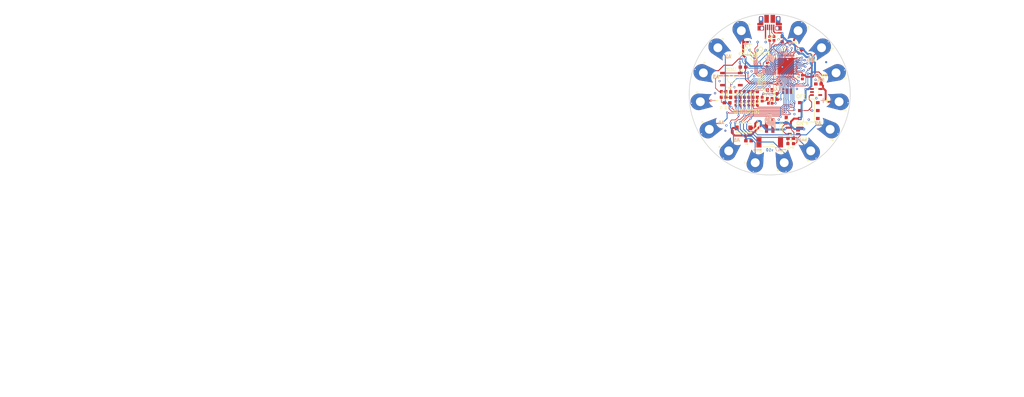
<source format=kicad_pcb>
(kicad_pcb (version 20211014) (generator pcbnew)
  (layers (0 "F.Cu" signal) (31 "B.Cu" signal) (34 "B.Paste" user) (35 "F.Paste" user) (36 "B.SilkS" user "B.Silkscreen") (37 "F.SilkS" user "F.Silkscreen") (38 "B.Mask" user) (39 "F.Mask" user) (44 "Edge.Cuts" user))
  (net 0 "")
  (net 1 "N$2")
  (net 2 "V_BATT")
  (net 3 "GND")
  (net 4 "N$3")
  (net 5 "N$4")
  (net 6 "N$6")
  (net 7 "3.3V")
  (net 8 "RESET")
  (net 9 "N$19")
  (net 10 "N$20")
  (net 11 "D+")
  (net 12 "D-")
  (net 13 "N$1")
  (net 14 "N$21")
  (net 15 "RX_LED")
  (net 16 "TX_LED")
  (net 17 "BG_LED0")
  (net 18 "N$5")
  (net 19 "N$7")
  (net 20 "N$18")
  (net 21 "MOSI")
  (net 22 "SCK")
  (net 23 "MISO")
  (net 24 "N$9")
  (net 25 "N$10")
  (net 26 "N$11")
  (net 27 "BG_LED1")
  (net 28 "BG_LED2")
  (net 29 "BG_LED3")
  (net 30 "RGB_G")
  (net 31 "RGB_B")
  (net 32 "RGB_R")
  (net 33 "D10")
  (net 34 "D6")
  (net 35 "D11")
  (net 36 "D2")
  (net 37 "D25")
  (net 38 "D7")
  (net 39 "D4")
  (net 40 "D8")
  (net 41 "D3")
  (net 42 "D9")
  (net 43 "D5")
  (net 44 "BG_LED4")
  (net 45 "N$12")
  (net 46 "N$13")
  (net 47 "BG_LED5")
  (net 48 "VCC_1")
  (net 49 "N$8")
  (net 50 "N$14")
  (net 51 "N$15")
  (footprint "boardEagle:PETAL_PAD_OFF" (layer "F.Cu") (at 161.43224 122.801382 126)
    (fp_text reference "U$25" hide)
    (fp_text value "" hide)
  )
  (footprint "boardEagle:PETAL_SPACE_OFF" (layer "F.Cu") (at 126.62154 107.3023 6)
    (fp_text reference "U$30" hide)
    (fp_text value "" hide)
  )
  (footprint "boardEagle:PETAL_SPACE_OFF" (layer "F.Cu") (at 167.55364 116.004341 150)
    (fp_text reference "U$8" hide)
    (fp_text value "" hide)
  )
  (footprint "boardEagle:LED-0603" (layer "F.Cu") (at 137.86485 105.0036 90)
    (fp_text reference "LED7")
    (fp_text value "WHITE")
  )
  (footprint "boardEagle:PETAL-LONG-1-2SIDE" (layer "F.Cu") (at 170.380659 107.3023 174)
    (fp_text reference "J11")
    (fp_text value "SEWTAP_LONG-2SIDE")
  )
  (footprint "boardEagle:LED-0603" (layer "F.Cu") (at 139.214225 105.0036 90)
    (fp_text reference "LED9")
    (fp_text value "WHITE")
  )
  (footprint "boardEagle:PETAL_PAD_OFF" (layer "F.Cu") (at 143.926559 126.522482 78)
    (fp_text reference "U$21" hide)
    (fp_text value "" hide)
  )
  (footprint "boardEagle:PETAL_SPACE_OFF" (layer "F.Cu") (at 132.151118 90.28176 -42)
    (fp_text reference "U$26" hide)
    (fp_text value "" hide)
  )
  (footprint "boardEagle:PETAL_PAD_OFF" (layer "F.Cu") (at 129.448559 116.004341 30)
    (fp_text reference "U$33" hide)
    (fp_text value "" hide)
  )
  (footprint "boardEagle:PETAL_SPACE_OFF" (layer "F.Cu") (at 139.552681 84.904582 -66)
    (fp_text reference "U$7" hide)
    (fp_text value "" hide)
  )
  (footprint "boardEagle:PETAL-LONG-1-2SIDE" (layer "F.Cu") (at 143.926559 126.522482 78)
    (fp_text reference "J7")
    (fp_text value "SEWTAP_LONG-2SIDE")
  )
  (footprint "boardEagle:0603" (layer "F.Cu") (at 135.086731 107.622975)
    (fp_text reference "R7")
    (fp_text value "330")
  )
  (footprint "boardEagle:PETAL-LONG-1-2SIDE" (layer "F.Cu") (at 139.552681 84.904582 -66)
    (fp_text reference "J1")
    (fp_text value "SEWTAP_LONG-2SIDE")
  )
  (footprint "boardEagle:LED-0603" (layer "F.Cu") (at 140.5636 105.0036 90)
    (fp_text reference "LED8")
    (fp_text value "WHITE")
  )
  (footprint "boardEagle:LED-0603" (layer "F.Cu") (at 134.689843 105.0036 -90)
    (fp_text reference "LED2")
    (fp_text value "Yellow")
  )
  (footprint "boardEagle:PETAL-LONG-1-2SIDE" (layer "F.Cu") (at 135.569959 122.801382 54)
    (fp_text reference "J6")
    (fp_text value "SEWTAP_LONG-2SIDE")
  )
  (footprint "boardEagle:0603" (layer "F.Cu") (at 150.88235 105.6386 -90)
    (fp_text reference "R14")
    (fp_text value "330")
  )
  (footprint "boardEagle:ORDERING_INSTRUCTIONS" (layer "F.Cu") (at 126.9111 149.4536)
    (fp_text reference "U$44" hide)
    (fp_text value "SPECIAL_INSTRUCTIONS-ORDERING" hide)
  )
  (footprint "boardEagle:USB-MICROB-PTH" (layer "F.Cu") (at 148.5011 82.540475 180)
    (fp_text reference "J15")
    (fp_text value "AMP FCI 10103594-0001LF")
  )
  (footprint "boardEagle:PETAL_PAD_OFF" (layer "F.Cu") (at 132.151118 90.28176 -42)
    (fp_text reference "U$27" hide)
    (fp_text value "" hide)
  )
  (footprint "boardEagle:0402" (layer "F.Cu") (at 148.65985 107.781725)
    (fp_text reference "R16")
    (fp_text value "22")
  )
  (footprint "boardEagle:SOT23-5" (layer "F.Cu") (at 156.1211 116.433607 90)
    (fp_text reference "U1")
    (fp_text value "MCP73831")
  )
  (footprint "boardEagle:PETAL_SPACE_OFF" (layer "F.Cu") (at 170.380659 107.3023 174)
    (fp_text reference "U$12" hide)
    (fp_text value "" hide)
  )
  (footprint "boardEagle:SMA-DIODE" (layer "F.Cu") (at 140.246103 115.5446)
    (fp_text reference "D1")
    (fp_text value "3A/40V/500mV")
  )
  (footprint "boardEagle:0402" (layer "F.Cu") (at 139.214225 107.781725 -90)
    (fp_text reference "R13")
    (fp_text value "470")
  )
  (footprint "boardEagle:0402" (layer "F.Cu") (at 144.611725 107.781725 -90)
    (fp_text reference "R9")
    (fp_text value "470")
  )
  (footprint "boardEagle:PETAL_SPACE_OFF" (layer "F.Cu") (at 153.07564 126.522482 102)
    (fp_text reference "U$22" hide)
    (fp_text value "" hide)
  )
  (footprint "boardEagle:PETAL-LONG-1-2SIDE" (layer "F.Cu") (at 126.62154 107.3023 6)
    (fp_text reference "J4")
    (fp_text value "SEWTAP_LONG-2SIDE")
  )
  (footprint "boardEagle:0603" (layer "F.Cu") (at 155.105096 118.846597)
    (fp_text reference "R1")
    (fp_text value "330")
  )
  (footprint "boardEagle:PETAL_SPACE_OFF" (layer "F.Cu") (at 164.851081 90.28176 -138)
    (fp_text reference "U$16" hide)
    (fp_text value "" hide)
  )
  (footprint "boardEagle:PETAL-LONG-1-2SIDE" (layer "F.Cu") (at 132.151118 90.28176 -42)
    (fp_text reference "J2")
    (fp_text value "SEWTAP_LONG-2SIDE")
  )
  (footprint "boardEagle:MICRO-FIDUCIAL" (layer "F.Cu") (at 134.531103 116.433597)
    (fp_text reference "JP2" hide)
    (fp_text value "FIDUCIALUFIDUCIAL" hide)
  )
  (footprint "boardEagle:PETAL_SPACE_OFF" (layer "F.Cu") (at 161.43224 122.801382 126)
    (fp_text reference "U$24" hide)
    (fp_text value "" hide)
  )
  (footprint "boardEagle:PETAL_PAD_OFF" (layer "F.Cu") (at 170.380659 107.3023 174)
    (fp_text reference "U$15" hide)
    (fp_text value "" hide)
  )
  (footprint "boardEagle:0402" (layer "F.Cu") (at 151.422096 101.780972 180)
    (fp_text reference "C2")
    (fp_text value "0.1uF")
  )
  (footprint "boardEagle:PETAL_PAD_OFF" (layer "F.Cu") (at 135.569959 122.801382 54)
    (fp_text reference "U$19" hide)
    (fp_text value "" hide)
  )
  (footprint "boardEagle:PETAL_SPACE_OFF" (layer "F.Cu") (at 127.579118 98.204019 -18)
    (fp_text reference "U$28" hide)
    (fp_text value "" hide)
  )
  (footprint "boardEagle:PETAL_SPACE_OFF" (layer "F.Cu") (at 135.569959 122.801382 54)
    (fp_text reference "U$20" hide)
    (fp_text value "" hide)
  )
  (footprint "boardEagle:PETAL-LONG-1-2SIDE" (layer "F.Cu") (at 167.55364 116.004341 150)
    (fp_text reference "J10")
    (fp_text value "SEWTAP_LONG-2SIDE")
  )
  (footprint "boardEagle:PETAL_PAD_OFF" (layer "F.Cu") (at 126.62154 107.3023 6)
    (fp_text reference "U$31" hide)
    (fp_text value "" hide)
  )
  (footprint "boardEagle:LED-0603" (layer "F.Cu") (at 143.26235 105.0036 90)
    (fp_text reference "LED6")
    (fp_text value "WHITE")
  )
  (footprint "boardEagle:PETAL-LONG-1-2SIDE" (layer "F.Cu") (at 153.07564 126.522482 102)
    (fp_text reference "J8")
    (fp_text value "SEWTAP_LONG-2SIDE")
  )
  (footprint "boardEagle:LED-0603" (layer "F.Cu") (at 141.912975 105.0036 90)
    (fp_text reference "LED4")
    (fp_text value "WHITE")
  )
  (footprint "boardEagle:TACTILE_SWITCH_SMD_5.2MM" (layer "F.Cu") (at 136.4361 100.177597 180)
    (fp_text reference "S2")
    (fp_text value "!RESET")
  )
  (footprint "boardEagle:LED-0603" (layer "F.Cu") (at 155.105103 120.4976)
    (fp_text reference "LED1")
    (fp_text value "RED")
  )
  (footprint "boardEagle:PETAL_SPACE_OFF" (layer "F.Cu") (at 129.448559 116.004341 30)
    (fp_text reference "U$32" hide)
    (fp_text value "" hide)
  )
  (footprint "boardEagle:JST-2-SMD" (layer "F.Cu") (at 148.5011 118.49735 180)
    (fp_text reference "J16")
    (fp_text value "")
  )
  (footprint "boardEagle:0402" (layer "F.Cu") (at 149.8346 87.38235 90)
    (fp_text reference "R5")
    (fp_text value "22")
  )
  (footprint "boardEagle:PETAL_PAD_OFF" (layer "F.Cu") (at 164.851081 90.28176 -138)
    (fp_text reference "U$17" hide)
    (fp_text value "" hide)
  )
  (footprint "boardEagle:0603" (layer "F.Cu") (at 140.095293 96.39141 180)
    (fp_text reference "R3")
    (fp_text value "10k")
  )
  (footprint "boardEagle:LED-0603" (layer "F.Cu") (at 144.611725 105.0036 90)
    (fp_text reference "LED5")
    (fp_text value "WHITE")
  )
  (footprint "boardEagle:PETAL-LONG-1-2SIDE" (layer "F.Cu") (at 161.43224 122.801382 126)
    (fp_text reference "J9")
    (fp_text value "SEWTAP_LONG-2SIDE")
  )
  (footprint "boardEagle:0402" (layer "F.Cu") (at 146.11985 106.511725 90)
    (fp_text reference "R15")
    (fp_text value "22")
  )
  (footprint "boardEagle:SWITCH_DPDT_SMD_AYZ0202" (layer "F.Cu") (at 160.820093 110.0836 90)
    (fp_text reference "S1")
    (fp_text value "")
  )
  (footprint "boardEagle:0603" (layer "F.Cu") (at 152.438096 87.6046 90)
    (fp_text reference "C7")
    (fp_text value "4.7uF")
  )
  (footprint "boardEagle:0603" (layer "F.Cu") (at 153.7081 113.131607 -90)
    (fp_text reference "R2")
    (fp_text value "10k")
  )
  (footprint "boardEagle:PETAL_PAD_OFF" (layer "F.Cu") (at 153.07564 126.522482 102)
    (fp_text reference "U$23" hide)
    (fp_text value "" hide)
  )
  (footprint "boardEagle:PETAL-LONG-1-2SIDE" (layer "F.Cu") (at 157.449518 84.904582 -114)
    (fp_text reference "J14")
    (fp_text value "SEWTAP_LONG-2SIDE")
  )
  (footprint "boardEagle:LED-0603" (layer "F.Cu") (at 133.261093 105.003604 -90)
    (fp_text reference "LED3")
    (fp_text value "GREEN")
  )
  (footprint "boardEagle:0402" (layer "F.Cu") (at 140.5636 107.781725 -90)
    (fp_text reference "R12")
    (fp_text value "470")
  )
  (footprint "boardEagle:SOT23-5" (layer "F.Cu") (at 163.1061 104.2416 -90)
    (fp_text reference "U2")
    (fp_text value "3.3V")
  )
  (footprint "boardEagle:PETAL-LONG-1-2SIDE" (layer "F.Cu") (at 129.448559 116.004341 30)
    (fp_text reference "J5")
    (fp_text value "SEWTAP_LONG-2SIDE")
  )
  (footprint "boardEagle:CREATIVE_COMMONS" (layer "F.Cu") (at 143.805325 141.8336)
    (fp_text reference "FRAME1" hide)
    (fp_text value "FRAME-LETTER" hide)
  )
  (footprint "boardEagle:LILYPAD-WEARABLES_LOGO-LILYPAD" (layer "F.Cu") (at 143.680178 91.686379)
    (fp_text reference "U$13" hide)
    (fp_text value "LILYLOGO_SHORT" hide)
  )
  (footprint "boardEagle:PETAL-LONG-1-2SIDE" (layer "F.Cu") (at 169.423081 98.204019 -162)
    (fp_text reference "J12")
    (fp_text value "SEWTAP_LONG-2SIDE")
  )
  (footprint "boardEagle:PETAL-LONG-1-2SIDE" (layer "F.Cu") (at 164.851081 90.28176 -138)
    (fp_text reference "J13")
    (fp_text value "SEWTAP_LONG-2SIDE")
  )
  (footprint "boardEagle:RESONATOR-SMD" (layer "F.Cu") (at 153.9621 103.987594 180)
    (fp_text reference "Y1")
    (fp_text value "8MHz")
  )
  (footprint "boardEagle:0402" (layer "F.Cu") (at 141.912975 107.781725 -90)
    (fp_text reference "R8")
    (fp_text value "470")
  )
  (footprint "boardEagle:0402" (layer "F.Cu") (at 137.86485 107.781725 -90)
    (fp_text reference "R11")
    (fp_text value "470")
  )
  (footprint "boardEagle:0402" (layer "F.Cu") (at 158.788103 99.542597 90)
    (fp_text reference "C4")
    (fp_text value "0.1uF")
  )
  (footprint "boardEagle:0603" (layer "F.Cu") (at 141.833596 119.608597 180)
    (fp_text reference "C8")
    (fp_text value "4.7uF")
  )
  (footprint "boardEagle:QFN-44-PAD_1_1-LESS_PASTE" (layer "F.Cu") (at 153.5811 96.1136)
    (fp_text reference "U5")
    (fp_text value "32U4")
  )
  (footprint "boardEagle:0402" (layer "F.Cu") (at 143.26235 107.781725 -90)
    (fp_text reference "R10")
    (fp_text value "470")
  )
  (footprint "boardEagle:PETAL_PAD_OFF" (layer "F.Cu") (at 169.423081 98.204019 -162)
    (fp_text reference "U$11" hide)
    (fp_text value "" hide)
  )
  (footprint "boardEagle:0603" (layer "F.Cu") (at 136.197971 105.082972 90)
    (fp_text reference "R6")
    (fp_text value "2.2k")
  )
  (footprint "boardEagle:PLCC4SMDLED" (layer "F.Cu") (at 148.5011 105.0036 -90)
    (fp_text reference "D10")
    (fp_text value "XZM2CRKM2DGFBB45SCCB")
  )
  (footprint "boardEagle:0402" (layer "F.Cu") (at 158.057846 91.557472 45)
    (fp_text reference "C3")
    (fp_text value "0.1uF")
  )
  (footprint "boardEagle:PETAL-LONG-1-2SIDE" (layer "F.Cu") (at 127.579118 98.204019 -18)
    (fp_text reference "J3")
    (fp_text value "SEWTAP_LONG-2SIDE")
  )
  (footprint "boardEagle:PETAL_PAD_OFF" (layer "F.Cu") (at 157.449518 84.904582 -114)
    (fp_text reference "U$34" hide)
    (fp_text value "" hide)
  )
  (footprint "boardEagle:PETAL_SPACE_OFF" (layer "F.Cu") (at 169.423081 98.204019 -162)
    (fp_text reference "U$10" hide)
    (fp_text value "" hide)
  )
  (footprint "boardEagle:PETAL_PAD_OFF" (layer "F.Cu") (at 127.579118 98.204019 -18)
    (fp_text reference "U$29" hide)
    (fp_text value "" hide)
  )
  (footprint "boardEagle:PETAL_PAD_OFF" (layer "F.Cu") (at 139.552681 84.904582 -66)
    (fp_text reference "U$3" hide)
    (fp_text value "" hide)
  )
  (footprint "boardEagle:0402" (layer "F.Cu") (at 148.516975 87.38235 90)
    (fp_text reference "R4")
    (fp_text value "22")
  )
  (footprint "boardEagle:PETAL_PAD_OFF" (layer "F.Cu") (at 167.55364 116.004341 150)
    (fp_text reference "U$9" hide)
    (fp_text value "" hide)
  )
  (footprint "boardEagle:0402" (layer "F.Cu") (at 147.7391 95.605607 -90)
    (fp_text reference "C5")
    (fp_text value "1.0uF")
  )
  (footprint "boardEagle:MICRO-FIDUCIAL" (layer "F.Cu") (at 166.281731 94.8417)
    (fp_text reference "JP3" hide)
    (fp_text value "FIDUCIALUFIDUCIAL" hide)
  )
  (footprint "boardEagle:0603" (layer "F.Cu") (at 163.868103 101.701604)
    (fp_text reference "C6")
    (fp_text value "4.7uF")
  )
  (footprint "boardEagle:PETAL_SPACE_OFF" (layer "F.Cu") (at 143.926559 126.522482 78)
    (fp_text reference "U$18" hide)
    (fp_text value "" hide)
  )
  (footprint "boardEagle:MICRO-FIDUCIAL" (layer "B.Cu") (at 166.2811 94.8436 180)
    (fp_text reference "JP4" hide)
    (fp_text value "FIDUCIALUFIDUCIAL" hide)
  )
  (footprint "boardEagle:PAD.03X.03" (layer "B.Cu") (at 147.2311 88.4936 180)
    (fp_text reference "TP5" hide)
    (fp_text value "TEST-POINT3" hide)
  )
  (footprint "boardEagle:PAD.03X.03" (layer "B.Cu") (at 144.6911 91.0336 180)
    (fp_text reference "TP3" hide)
    (fp_text value "TEST-POINT3" hide)
  )
  (footprint "boardEagle:PAD.03X.03" (layer "B.Cu") (at 144.6911 88.4936 180)
    (fp_text reference "TP2" hide)
    (fp_text value "TEST-POINT3" hide)
  )
  (footprint "boardEagle:PAD.03X.03" (layer "B.Cu") (at 142.1511 88.4936 180)
    (fp_text reference "TP6" hide)
    (fp_text value "TEST-POINT3" hide)
  )
  (footprint "boardEagle:PAD.03X.03" (layer "B.Cu") (at 142.1511 91.0336 180)
    (fp_text reference "TP1" hide)
    (fp_text value "TEST-POINT3" hide)
  )
  (footprint "boardEagle:LILYPAD-WEARABLES_LOGO-LILYPAD" (layer "B.Cu") (at 148.5011 102.820788 180)
    (fp_text reference "U$1" hide)
    (fp_text value "LILYLOGO_SHORT" hide)
  )
  (footprint "boardEagle:OSHW-LOGO-S" (layer "B.Cu") (at 148.6281 93.7006 180)
    (fp_text reference "LOGO6" hide)
    (fp_text value "OSHW-LOGOS" hide)
  )
  (footprint "boardEagle:PAD.03X.03" (layer "B.Cu") (at 161.8361 110.0836 180)
    (fp_text reference "TP8" hide)
    (fp_text value "TEST-POINT3" hide)
  )
  (footprint "boardEagle:PAD.03X.03" (layer "B.Cu") (at 159.2961 115.917663 180)
    (fp_text reference "TP7" hide)
    (fp_text value "TEST-POINT3" hide)
  )
  (footprint "boardEagle:SFE_LOGO_FLAME_.2" (layer "B.Cu") (at 150.6601 116.4336 180)
    (fp_text reference "LOGO1" hide)
    (fp_text value "SFE_LOGO_FLAME.2_INCH" hide)
  )
  (footprint "boardEagle:MICRO-FIDUCIAL" (layer "B.Cu") (at 134.5311 116.4336 180)
    (fp_text reference "JP1" hide)
    (fp_text value "FIDUCIALUFIDUCIAL" hide)
  )
  (footprint "boardEagle:PAD.03X.03" (layer "B.Cu") (at 147.2311 91.0336 180)
    (fp_text reference "TP4" hide)
    (fp_text value "TEST-POINT3" hide)
  )
  (gr_line (start 146.080162 102.106413) (end 146.080162 102.900163) (layer "F.SilkS") (width 0.2032))
  (gr_line (start 144.651412 102.106413) (end 146.080162 102.106413) (layer "F.SilkS") (width 0.2032))
  (gr_line (start 146.080162 102.106413) (end 147.07235 102.106413) (layer "F.SilkS") (width 0.2032))
  (gr_line (start 146.080162 102.900163) (end 146.556412 103.376413) (layer "F.SilkS") (width 0.2032))
  (gr_circle (center 148.5011 105.0036) (end 173.869609 105.0036) (layer "Edge.Cuts") (width 0.2032) (fill none))
  (gr_text "v10" (at 149.723471 122.989972) (layer "B.Cu") (effects (font (size 0.8636 0.8636) (thickness 0.1524)) (justify left bottom mirror)))
  (gr_text "+" (at 166.741471 107.861107) (layer "B.SilkS") (effects (font (size 1.85674 1.85674) (thickness 0.32766)) (justify left bottom mirror)))
  (gr_text "SDA" (at 162.566353 94.827732) (layer "B.SilkS") (effects (font (size 0.8636 0.8636) (thickness 0.1524)) (justify left bottom mirror)))
  (gr_text "-" (at 131.975228 107.861107) (layer "B.SilkS") (effects (font (size 1.85674 1.85674) (thickness 0.32766)) (justify left bottom mirror)))
  (gr_text "~~6" (at 146.000784 123.02966) (layer "B.SilkS") (effects (font (size 1.0795 1.0795) (thickness 0.1905)) (justify left bottom mirror)))
  (gr_text "~~A7" (at 153.708096 122.989972) (layer "B.SilkS") (effects (font (size 1.0795 1.0795) (thickness 0.1905)) (justify left bottom mirror)))
  (gr_text "+" (at 142.262221 90.081107) (layer "B.SilkS") (effects (font (size 1.85674 1.85674) (thickness 0.32766)) (justify left bottom mirror)))
  (gr_text "A4" (at 134.28504 114.512722) (layer "B.SilkS") (effects (font (size 1.0795 1.0795) (thickness 0.1905)) (justify left bottom mirror)))
  (gr_text "A3" (at 132.626093 100.098225) (layer "B.SilkS") (effects (font (size 1.0795 1.0795) (thickness 0.1905)) (justify left bottom mirror)))
  (gr_text "A2" (at 136.451971 93.73235) (layer "B.SilkS") (effects (font (size 1.0795 1.0795) (thickness 0.1905)) (justify left bottom mirror)))
  (gr_text "11" (at 162.486978 93.637107) (layer "B.SilkS") (effects (font (size 1.0795 1.0795) (thickness 0.1905)) (justify left bottom mirror)))
  (gr_text "A5" (at 139.134846 119.94991) (layer "B.SilkS") (effects (font (size 1.0795 1.0795) (thickness 0.1905)) (justify left bottom mirror)))
  (gr_text "SCL" (at 165.820728 100.939607) (layer "B.SilkS") (effects (font (size 0.8636 0.8636) (thickness 0.1524)) (justify left bottom mirror)))
  (gr_text "~~A8" (at 160.177165 119.997532) (layer "B.SilkS") (effects (font (size 1.0795 1.0795) (thickness 0.1905)) (justify left bottom mirror)))
  (gr_text "-" (at 156.644978 89.700107) (layer "B.SilkS") (effects (font (size 1.85674 1.85674) (thickness 0.32766)) (justify left bottom mirror)))
  (gr_text "~~10" (at 166.122353 99.7331) (layer "B.SilkS") (effects (font (size 1.0795 1.0795) (thickness 0.1905)) (justify left bottom mirror)))
  (gr_text "A9" (at 164.757106 114.655597) (layer "B.SilkS") (effects (font (size 1.0795 1.0795) (thickness 0.1905)) (justify left bottom mirror)))
  (gr_text "11" (at 160.550221 93.637107) (layer "F.SilkS") (effects (font (size 1.0795 1.0795) (thickness 0.1905)) (justify left bottom)))
  (gr_text "A2" (at 134.515228 93.73235) (layer "F.SilkS") (effects (font (size 1.0795 1.0795) (thickness 0.1905)) (justify left bottom)))
  (gr_text "SDA" (at 160.470846 94.827732) (layer "F.SilkS") (effects (font (size 0.8636 0.8636) (thickness 0.1524)) (justify left bottom)))
  (gr_text "18" (at 141.912975 109.369225 90) (layer "F.SilkS") (effects (font (size 0.8636 0.8636) (thickness 0.1524)) (justify right)))
  (gr_text "ON" (at 156.7561 114.766725) (layer "F.SilkS") (effects (font (size 1.0795 1.0795) (thickness 0.1905)) (justify left bottom)))
  (gr_text "CHG" (at 154.05735 122.108913) (layer "F.SilkS") (effects (font (size 0.69088 0.69088) (thickness 0.12192)) (justify left bottom)))
  (gr_text "G:13" (at 144.413287 100.598288) (layer "F.SilkS") (effects (font (size 0.8636 0.8636) (thickness 0.1524)) (justify left bottom)))
  (gr_text "A3" (at 130.721106 100.098225) (layer "F.SilkS") (effects (font (size 1.0795 1.0795) (thickness 0.1905)) (justify left bottom)))
  (gr_text "-" (at 154.962221 89.700107) (layer "F.SilkS") (effects (font (size 1.85674 1.85674) (thickness 0.32766)) (justify left bottom)))
  (gr_text "A4" (at 132.276846 114.433347) (layer "F.SilkS") (effects (font (size 1.0795 1.0795) (thickness 0.1905)) (justify left bottom)))
  (gr_text "+" (at 165.185728 107.861107) (layer "F.SilkS") (effects (font (size 1.85674 1.85674) (thickness 0.32766)) (justify left bottom)))
  (gr_text "~~10" (at 163.026721 99.7331) (layer "F.SilkS") (effects (font (size 1.0795 1.0795) (thickness 0.1905)) (justify left bottom)))
  (gr_text "+" (at 140.769978 90.081107) (layer "F.SilkS") (effects (font (size 1.85674 1.85674) (thickness 0.32766)) (justify left bottom)))
  (gr_text "16" (at 139.214225 109.369225 90) (layer "F.SilkS") (effects (font (size 0.8636 0.8636) (thickness 0.1524)) (justify right)))
  (gr_text "B:14" (at 144.413287 101.788913) (layer "F.SilkS") (effects (font (size 0.8636 0.8636) (thickness 0.1524)) (justify left bottom)))
  (gr_text "OFF" (at 156.7561 106.2736) (layer "F.SilkS") (effects (font (size 1.0795 1.0795) (thickness 0.1905)) (justify left bottom)))
  (gr_text "17" (at 140.5636 109.369225 90) (layer "F.SilkS") (effects (font (size 0.8636 0.8636) (thickness 0.1524)) (justify right)))
  (gr_text "~~A8" (at 156.867221 119.957844) (layer "F.SilkS") (effects (font (size 1.0795 1.0795) (thickness 0.1905)) (justify left bottom)))
  (gr_text "R:12" (at 144.413287 99.407663) (layer "F.SilkS") (effects (font (size 0.8636 0.8636) (thickness 0.1524)) (justify left bottom)))
  (gr_text "SCL" (at 163.566471 100.939607) (layer "F.SilkS") (effects (font (size 0.8636 0.8636) (thickness 0.1524)) (justify left bottom)))
  (gr_text "A5" (at 137.150478 120.068972) (layer "F.SilkS") (effects (font (size 1.0795 1.0795) (thickness 0.1905)) (justify left bottom)))
  (gr_text "-" (at 130.101971 107.861107) (layer "F.SilkS") (effects (font (size 1.85674 1.85674) (thickness 0.32766)) (justify left bottom)))
  (gr_text "TX" (at 133.657975 109.845475 90) (layer "F.SilkS") (effects (font (size 0.69088 0.69088) (thickness 0.12192)) (justify left bottom)))
  (gr_text "~~A7" (at 150.279103 123.466222) (layer "F.SilkS") (effects (font (size 1.0795 1.0795) (thickness 0.1905)) (justify left bottom)))
  (gr_text "RX" (at 135.086725 109.845475 90) (layer "F.SilkS") (effects (font (size 0.69088 0.69088) (thickness 0.12192)) (justify left bottom)))
  (gr_text "~~6" (at 143.500478 123.466222) (layer "F.SilkS") (effects (font (size 1.0795 1.0795) (thickness 0.1905)) (justify left bottom)))
  (gr_text "15" (at 137.86485 109.369225 90) (layer "F.SilkS") (effects (font (size 0.8636 0.8636) (thickness 0.1524)) (justify right)))
  (gr_text "20" (at 144.611725 109.369225 90) (layer "F.SilkS") (effects (font (size 0.8636 0.8636) (thickness 0.1524)) (justify right)))
  (gr_text "19" (at 143.26235 109.369225 90) (layer "F.SilkS") (effects (font (size 0.8636 0.8636) (thickness 0.1524)) (justify right)))
  (gr_text "A9" (at 162.725093 114.655597) (layer "F.SilkS") (effects (font (size 1.0795 1.0795) (thickness 0.1905)) (justify left bottom)))
  (gr_text "RESET" (at 134.769225 97.3836) (layer "F.SilkS") (effects (font (size 0.69088 0.69088) (thickness 0.12192)) (justify left bottom)))
  (segment (start 161.7091 107.4166) (end 160.9471 106.6546) (width 0.254) (layer "F.Cu") (net 1))
  (segment (start 157.995093 110.0836) (end 160.5661 110.0836) (width 0.254) (layer "F.Cu") (net 1))
  (segment (start 161.002662 109.647038) (end 161.439225 110.0836) (width 0.254) (layer "F.Cu") (net 1))
  (segment (start 160.5661 110.0836) (end 161.002662 109.647038) (width 0.254) (layer "F.Cu") (net 1))
  (segment (start 160.9471 106.6546) (end 160.9471 105.5116) (width 0.254) (layer "F.Cu") (net 1))
  (segment (start 161.002662 109.647038) (end 161.7091 108.9406) (width 0.254) (layer "F.Cu") (net 1))
  (segment (start 161.2671 105.1916) (end 161.806 105.1916) (width 0.254) (layer "F.Cu") (net 1))
  (segment (start 160.9471 105.5116) (end 161.2671 105.1916) (width 0.254) (layer "F.Cu") (net 1))
  (segment (start 161.7091 108.9406) (end 161.7091 107.4166) (width 0.254) (layer "F.Cu") (net 1))
  (segment (start 161.439225 110.0836) (end 161.8361 110.0836) (width 0.254) (layer "F.Cu") (net 1))
  (via (at 161.8361 110.0836) (size 0.6858) (drill 0.3302) (layers "F.Cu" "B.Cu") (net 1))
  (segment (start 140.983596 119.608597) (end 140.983596 118.060097) (width 0.6096) (layer "F.Cu") (net 2))
  (segment (start 142.5321 117.9576) (end 140.8811 117.9576) (width 0.6096) (layer "F.Cu") (net 2))
  (segment (start 147.5011 113.575975) (end 147.532725 113.54435) (width 0.6096) (layer "F.Cu") (net 2))
  (segment (start 136.5631 117.0686) (end 136.5631 115.9256) (width 0.6096) (layer "F.Cu") (net 2))
  (segment (start 147.5011 114.79735) (end 145.69235 114.79735) (width 0.6096) (layer "F.Cu") (net 2))
  (segment (start 140.983596 118.060097) (end 140.8811 117.9576) (width 0.6096) (layer "F.Cu") (net 2))
  (segment (start 136.5631 115.9256) (end 136.9441 115.5446) (width 0.6096) (layer "F.Cu") (net 2))
  (segment (start 137.4521 117.9576) (end 136.5631 117.0686) (width 0.6096) (layer "F.Cu") (net 2))
  (segment (start 147.5011 114.79735) (end 147.5011 113.575975) (width 0.6096) (layer "F.Cu") (net 2))
  (segment (start 136.9441 115.5446) (end 138.096103 115.5446) (width 0.6096) (layer "F.Cu") (net 2))
  (segment (start 140.8811 117.9576) (end 137.4521 117.9576) (width 0.6096) (layer "F.Cu") (net 2))
  (segment (start 158.862043 115.483607) (end 159.2961 115.917663) (width 0.6096) (layer "F.Cu") (net 2))
  (segment (start 145.69235 114.79735) (end 142.5321 117.9576) (width 0.6096) (layer "F.Cu") (net 2))
  (segment (start 157.4212 115.483607) (end 158.862043 115.483607) (width 0.6096) (layer "F.Cu") (net 2))
  (via (at 147.532725 113.54435) (size 0.6858) (drill 0.3302) (layers "F.Cu" "B.Cu") (net 2))
  (via (at 159.2961 115.917663) (size 0.6858) (drill 0.3302) (layers "F.Cu" "B.Cu") (net 2))
  (segment (start 147.96135 113.972975) (end 147.532725 113.54435) (width 0.6096) (layer "B.Cu") (net 2))
  (segment (start 154.295475 113.972975) (end 147.96135 113.972975) (width 0.6096) (layer "B.Cu") (net 2))
  (segment (start 156.2481 115.9256) (end 154.295475 113.972975) (width 0.6096) (layer "B.Cu") (net 2))
  (segment (start 159.2961 115.9256) (end 159.2961 115.917663) (width 0.6096) (layer "B.Cu") (net 2))
  (segment (start 156.2481 115.9256) (end 159.2961 115.9256) (width 0.6096) (layer "B.Cu") (net 2))
  (segment (start 151.623365 92.7771) (end 151.623365 93.817335) (width 0.254) (layer "F.Cu") (net 3))
  (segment (start 156.9176 93.655866) (end 155.623365 93.655866) (width 0.254) (layer "F.Cu") (net 3))
  (segment (start 151.6761 95.6136) (end 151.4141 95.6136) (width 0.2032) (layer "F.Cu") (net 3))
  (segment (start 152.602234 97.396922) (end 152.588912 97.3836) (width 0.2032) (layer "F.Cu") (net 3))
  (segment (start 126.651375 107.299166) (end 130.0861 106.9086) (width 0.6096) (layer "F.Cu") (net 3))
  (segment (start 152.46985 96.351725) (end 152.46985 96.226135) (width 0.254) (layer "F.Cu") (net 3))
  (segment (start 147.169681 87.416182) (end 147.2311 87.4776) (width 0.4064) (layer "F.Cu") (net 3))
  (segment (start 151.4141 95.6136) (end 151.4221 95.6056) (width 0.254) (layer "F.Cu") (net 3))
  (segment (start 152.602234 99.4501) (end 152.602234 101.616841) (width 0.2032) (layer "F.Cu") (net 3))
  (segment (start 155.538834 92.7771) (end 155.538834 93.571335) (width 0.254) (layer "F.Cu") (net 3))
  (segment (start 156.9176 98.571335) (end 153.780137 98.571335) (width 0.254) (layer "F.Cu") (net 3))
  (segment (start 155.5811 93.6136) (end 155.5811 95.6056) (width 0.2032) (layer "F.Cu") (net 3))
  (segment (start 157.562834 98.571335) (end 157.8991 98.9076) (width 0.254) (layer "F.Cu") (net 3))
  (segment (start 157.437315 84.931991) (end 156.1211 87.937975) (width 0.6096) (layer "F.Cu") (net 3))
  (segment (start 155.623365 93.655866) (end 155.5811 93.6136) (width 0.254) (layer "F.Cu") (net 3))
  (segment (start 156.9176 98.571335) (end 157.562834 98.571335) (width 0.254) (layer "F.Cu") (net 3))
  (segment (start 152.602234 101.616841) (end 152.549225 101.66985) (width 0.2032) (layer "F.Cu") (net 3))
  (segment (start 151.623365 93.817335) (end 151.5811 93.8596) (width 0.254) (layer "F.Cu") (net 3))
  (segment (start 150.2446 95.6136) (end 151.4141 95.6136) (width 0.254) (layer "F.Cu") (net 3))
  (segment (start 155.538834 93.571335) (end 155.5811 93.6136) (width 0.254) (layer "F.Cu") (net 3))
  (segment (start 150.2446 95.6136) (end 149.0171 95.6136) (width 0.2032) (layer "F.Cu") (net 3))
  (segment (start 151.6761 93.9546) (end 151.6761 95.6136) (width 0.2032) (layer "F.Cu") (net 3))
  (segment (start 152.46985 96.226135) (end 152.583884 96.1121) (width 0.254) (layer "F.Cu") (net 3))
  (segment (start 151.5811 93.8596) (end 151.6761 93.9546) (width 0.254) (layer "F.Cu") (net 3))
  (segment (start 152.002096 101.780972) (end 152.438103 101.780972) (width 0.254) (layer "F.Cu") (net 3))
  (segment (start 155.5811 95.6056) (end 151.4221 95.6056) (width 0.2032) (layer "F.Cu") (net 3))
  (segment (start 152.438103 101.780972) (end 152.549225 101.66985) (width 0.254) (layer "F.Cu") (net 3))
  (segment (start 147.169681 83.871394) (end 147.169681 87.416182) (width 0.4064) (layer "F.Cu") (net 3))
  (segment (start 149.0171 95.6136) (end 148.429106 95.025607) (width 0.2032) (layer "F.Cu") (net 3))
  (segment (start 148.429106 95.025607) (end 147.7391 95.025607) (width 0.2032) (layer "F.Cu") (net 3))
  (segment (start 152.602234 99.4501) (end 152.602234 97.396922) (width 0.2032) (layer "F.Cu") (net 3))
  (via (at 143.57985 99.2886) (size 0.6858) (drill 0.3302) (layers "F.Cu" "B.Cu") (net 3))
  (via (at 163.185475 106.194225) (size 0.6858) (drill 0.3302) (layers "F.Cu" "B.Cu") (net 3))
  (via (at 149.532975 115.00485) (size 0.6858) (drill 0.3302) (layers "F.Cu" "B.Cu") (net 3))
  (via (at 147.2311 88.4936) (size 0.6858) (drill 0.3302) (layers "F.Cu" "B.Cu") (net 3))
  (via (at 154.136725 93.970475) (size 0.6858) (drill 0.3302) (layers "F.Cu" "B.Cu") (net 3))
  (via (at 150.366412 99.44735) (size 0.6858) (drill 0.3302) (layers "F.Cu" "B.Cu") (net 3))
  (via (at 137.3886 102.701725) (size 0.6858) (drill 0.3302) (layers "F.Cu" "B.Cu") (net 3))
  (via (at 134.8486 114.766725) (size 0.6858) (drill 0.3302) (layers "F.Cu" "B.Cu") (net 3))
  (via (at 156.27985 111.19485) (size 0.6858) (drill 0.3302) (layers "F.Cu" "B.Cu") (net 3))
  (via (at 157.0736 103.25735) (size 0.6858) (drill 0.3302) (layers "F.Cu" "B.Cu") (net 3))
  (via (at 123.8631 107.7976) (size 0.6858) (drill 0.3302) (layers "F.Cu" "B.Cu") (net 3))
  (via (at 151.3586 112.9411) (size 0.6858) (drill 0.3302) (layers "F.Cu" "B.Cu") (net 3))
  (via (at 142.7861 97.7011) (size 0.6858) (drill 0.3302) (layers "F.Cu" "B.Cu") (net 3))
  (via (at 148.421725 102.423913) (size 0.6858) (drill 0.3302) (layers "F.Cu" "B.Cu") (net 3))
  (via (at 162.94735 100.39985) (size 0.6858) (drill 0.3302) (layers "F.Cu" "B.Cu") (net 3))
  (via (at 131.276725 104.606725) (size 0.6858) (drill 0.3302) (layers "F.Cu" "B.Cu") (net 3))
  (via (at 152.46985 96.351725) (size 0.6858) (drill 0.3302) (layers "F.Cu" "B.Cu") (net 3))
  (via (at 151.279225 87.69985) (size 0.6858) (drill 0.3302) (layers "F.Cu" "B.Cu") (net 3))
  (via (at 158.6103 82.3468) (size 0.508) (drill 0.3302) (layers "F.Cu" "B.Cu") (net 3))
  (via (at 157.629225 99.44735) (size 0.6858) (drill 0.3302) (layers "F.Cu" "B.Cu") (net 3))
  (via (at 160.804225 112.9411) (size 0.6858) (drill 0.3302) (layers "F.Cu" "B.Cu") (net 3))
  (via (at 132.705475 100.796725) (size 0.6858) (drill 0.3302) (layers "F.Cu" "B.Cu") (net 3))
  (segment (start 158.6103 82.3468) (end 157.437315 84.931991) (width 0.4064) (layer "B.Cu") (net 3))
  (segment (start 126.651375 107.299166) (end 125.066428 107.299166) (width 0.254) (layer "B.Cu") (net 3))
  (segment (start 123.8631 107.7976) (end 126.15294 107.7976) (width 0.254) (layer "B.Cu") (net 3))
  (segment (start 126.15294 107.7976) (end 126.651375 107.299166) (width 0.254) (layer "B.Cu") (net 3))
  (segment (start 154.228103 120.4976) (end 154.255096 120.470607) (width 0.2032) (layer "F.Cu") (net 4))
  (segment (start 154.255096 120.470607) (end 154.255096 118.846597) (width 0.2032) (layer "F.Cu") (net 4))
  (segment (start 158.1531 117.5766) (end 157.960106 117.383607) (width 0.254) (layer "F.Cu") (net 5))
  (segment (start 157.960106 117.383607) (end 157.4212 117.383607) (width 0.254) (layer "F.Cu") (net 5))
  (segment (start 158.1531 117.9576) (end 158.1531 117.5766) (width 0.254) (layer "F.Cu") (net 5))
  (segment (start 155.982103 120.4976) (end 156.6291 120.4976) (width 0.254) (layer "F.Cu") (net 5))
  (segment (start 156.6291 120.4976) (end 157.1371 119.9896) (width 0.254) (layer "F.Cu") (net 5))
  (segment (start 157.1371 118.9736) (end 158.1531 117.9576) (width 0.254) (layer "F.Cu") (net 5))
  (segment (start 157.1371 119.9896) (end 157.1371 118.9736) (width 0.254) (layer "F.Cu") (net 5))
  (segment (start 152.4381 116.3066) (end 153.515106 117.383607) (width 0.254) (layer "F.Cu") (net 6))
  (segment (start 153.7081 113.981607) (end 152.4381 115.251607) (width 0.254) (layer "F.Cu") (net 6))
  (segment (start 153.515106 117.383607) (end 154.821 117.383607) (width 0.254) (layer "F.Cu") (net 6))
  (segment (start 152.4381 115.251607) (end 152.4381 116.3066) (width 0.254) (layer "F.Cu") (net 6))
  (segment (start 158.586834 98.071335) (end 158.7881 98.2726) (width 0.254) (layer "F.Cu") (net 7))
  (segment (start 166.12235 103.82885) (end 165.2651 102.9716) (width 0.6096) (layer "F.Cu") (net 7))
  (segment (start 157.798593 90.477975) (end 157.54985 90.477975) (width 0.254) (layer "F.Cu") (net 7))
  (segment (start 150.049225 90.795475) (end 149.7711 90.795475) (width 0.254) (layer "F.Cu") (net 7))
  (segment (start 152.102231 99.4501) (end 152.102231 100.465844) (width 0.254) (layer "F.Cu") (net 7))
  (segment (start 140.8811 96.1136) (end 140.8811 93.4466) (width 0.3048) (layer "F.Cu") (net 7))
  (segment (start 147.811106 96.1136) (end 147.7391 96.185607) (width 0.254) (layer "F.Cu") (net 7))
  (segment (start 140.1191 92.6846) (end 140.8811 93.4466) (width 0.6096) (layer "F.Cu") (net 7))
  (segment (start 150.167975 89.366725) (end 149.7711 89.7636) (width 0.254) (layer "F.Cu") (net 7))
  (segment (start 150.842096 101.170354) (end 150.842096 101.780972) (width 0.254) (layer "F.Cu") (net 7))
  (segment (start 152.102234 92.7771) (end 152.102234 92.094735) (width 0.254) (layer "F.Cu") (net 7))
  (segment (start 140.1191 88.4936) (end 140.1191 92.6846) (width 0.6096) (layer "F.Cu") (net 7))
  (segment (start 142.1511 88.4936) (end 140.1191 88.4936) (width 0.6096) (layer "F.Cu") (net 7))
  (segment (start 150.842096 101.780972) (end 149.723471 101.780972) (width 0.3048) (layer "F.Cu") (net 7))
  (segment (start 157.54985 90.3986) (end 157.54985 90.477975) (width 0.254) (layer "F.Cu") (net 7))
  (segment (start 156.9176 98.071335) (end 158.586834 98.071335) (width 0.254) (layer "F.Cu") (net 7))
  (segment (start 166.830412 107.299163) (end 166.12235 106.5911) (width 0.6096) (layer "F.Cu") (net 7))
  (segment (start 149.7711 89.7636) (end 149.7711 90.795475) (width 0.254) (layer "F.Cu") (net 7))
  (segment (start 164.718103 100.265604) (end 163.415096 98.962597) (width 0.6096) (layer "F.Cu") (net 7))
  (segment (start 155.8036 88.65235) (end 157.54985 90.3986) (width 0.254) (layer "F.Cu") (net 7))
  (segment (start 156.038834 92.227116) (end 157.54985 90.7161) (width 0.254) (layer "F.Cu") (net 7))
  (segment (start 157.54985 90.7161) (end 157.54985 90.477975) (width 0.254) (layer "F.Cu") (net 7))
  (segment (start 165.2651 102.9716) (end 165.2651 102.2486) (width 0.6096) (layer "F.Cu") (net 7))
  (segment (start 142.190787 101.630163) (end 140.8811 100.320475) (width 0.3048) (layer "F.Cu") (net 7))
  (segment (start 146.4691 96.1136) (end 147.667093 96.1136) (width 0.254) (layer "F.Cu") (net 7))
  (segment (start 140.945293 96.39141) (end 140.945293 96.177794) (width 0.2032) (layer "F.Cu") (net 7))
  (segment (start 158.7881 98.962594) (end 158.788103 98.962597) (width 0.254) (layer "F.Cu") (net 7))
  (segment (start 165.2651 102.2486) (end 164.718103 101.701604) (width 0.6096) (layer "F.Cu") (net 7))
  (segment (start 163.415096 98.962597) (end 162.755665 98.962597) (width 0.6096) (layer "F.Cu") (net 7))
  (segment (start 140.682662 97.780475) (end 140.8811 97.582038) (width 0.3048) (layer "F.Cu") (net 7))
  (segment (start 140.8811 99.12985) (end 140.8811 98.6536) (width 0.3048) (layer "F.Cu") (net 7))
  (segment (start 162.479603 98.962597) (end 162.755665 98.962597) (width 0.6096) (layer "F.Cu") (net 7))
  (segment (start 153.8986 88.65235) (end 153.184225 89.366725) (width 0.254) (layer "F.Cu") (net 7))
  (segment (start 150.2446 96.1136) (end 147.811106 96.1136) (width 0.254) (layer "F.Cu") (net 7))
  (segment (start 149.723471 101.780972) (end 149.572662 101.630163) (width 0.3048) (layer "F.Cu") (net 7))
  (segment (start 151.123365 91.943835) (end 151.160475 91.906725) (width 0.254) (layer "F.Cu") (net 7))
  (segment (start 170.350821 107.299166) (end 166.830412 107.299163) (width 0.6096) (layer "F.Cu") (net 7))
  (segment (start 149.572662 101.630163) (end 142.190787 101.630163) (width 0.3048) (layer "F.Cu") (net 7))
  (segment (start 158.7881 98.2726) (end 158.7881 98.962594) (width 0.254) (layer "F.Cu") (net 7))
  (segment (start 151.123365 92.7771) (end 151.123365 91.943835) (width 0.254) (layer "F.Cu") (net 7))
  (segment (start 140.8811 97.582038) (end 140.8811 96.1136) (width 0.3048) (layer "F.Cu") (net 7))
  (segment (start 155.8036 88.65235) (end 153.8986 88.65235) (width 0.254) (layer "F.Cu") (net 7))
  (segment (start 131.435475 103.019225) (end 132.542853 104.126604) (width 0.2032) (layer "F.Cu") (net 7))
  (segment (start 160.08985 99.44735) (end 159.605096 98.962597) (width 0.6096) (layer "F.Cu") (net 7))
  (segment (start 153.184225 89.366725) (end 150.167975 89.366725) (width 0.254) (layer "F.Cu") (net 7))
  (segment (start 131.435475 100.002975) (end 131.435475 103.019225) (width 0.2032) (layer "F.Cu") (net 7))
  (segment (start 147.667093 96.1136) (end 147.7391 96.185607) (width 0.254) (layer "F.Cu") (net 7))
  (segment (start 132.542853 104.126604) (end 133.261093 104.126604) (width 0.2032) (layer "F.Cu") (net 7))
  (segment (start 140.8811 100.320475) (end 140.8811 99.12985) (width 0.3048) (layer "F.Cu") (net 7))
  (segment (start 166.12235 106.5911) (end 166.12235 103.82885) (width 0.6096) (layer "F.Cu") (net 7))
  (segment (start 151.596725 100.97135) (end 151.0411 100.97135) (width 0.254) (layer "F.Cu") (net 7))
  (segment (start 161.99485 99.44735) (end 162.479603 98.962597) (width 0.6096) (layer "F.Cu") (net 7))
  (segment (start 150.049225 90.795475) (end 151.160475 91.906725) (width 0.254) (layer "F.Cu") (net 7))
  (segment (start 140.945293 96.177794) (end 140.8811 96.1136) (width 0.2032) (layer "F.Cu") (net 7))
  (segment (start 139.564881 84.931991) (end 140.1191 85.486207) (width 0.3048) (layer "F.Cu") (net 7))
  (segment (start 132.3086 99.12985) (end 131.435475 100.002975) (width 0.2032) (layer "F.Cu") (net 7))
  (segment (start 152.102234 92.094735) (end 151.914225 91.906725) (width 0.254) (layer "F.Cu") (net 7))
  (segment (start 152.102231 100.465844) (end 151.596725 100.97135) (width 0.254) (layer "F.Cu") (net 7))
  (segment (start 140.8811 98.6536) (end 140.682662 98.455163) (width 0.3048) (layer "F.Cu") (net 7))
  (segment (start 156.038834 92.7771) (end 156.038834 92.227116) (width 0.254) (layer "F.Cu") (net 7))
  (segment (start 159.605096 98.962597) (end 158.788103 98.962597) (width 0.6096) (layer "F.Cu") (net 7))
  (segment (start 164.9451 103.2916) (end 165.2651 102.9716) (width 0.6096) (layer "F.Cu") (net 7))
  (segment (start 140.1191 85.486207) (end 140.1191 88.4936) (width 0.6096) (layer "F.Cu") (net 7))
  (segment (start 140.682662 98.455163) (end 140.682662 97.780475) (width 0.3048) (layer "F.Cu") (net 7))
  (segment (start 164.4062 103.2916) (end 164.9451 103.2916) (width 0.6096) (layer "F.Cu") (net 7))
  (segment (start 164.718103 101.701604) (end 164.718103 100.265604) (width 0.6096) (layer "F.Cu") (net 7))
  (segment (start 161.99485 99.44735) (end 160.08985 99.44735) (width 0.6096) (layer "F.Cu") (net 7))
  (segment (start 151.0411 100.97135) (end 150.842096 101.170354) (width 0.254) (layer "F.Cu") (net 7))
  (segment (start 158.467968 91.14735) (end 157.798593 90.477975) (width 0.254) (layer "F.Cu") (net 7))
  (segment (start 133.261093 104.126604) (end 133.261096 104.1266) (width 0.2032) (layer "F.Cu") (net 7))
  (segment (start 140.8811 99.12985) (end 132.3086 99.12985) (width 0.2032) (layer "F.Cu") (net 7))
  (segment (start 133.261096 104.1266) (end 134.689843 104.1266) (width 0.2032) (layer "F.Cu") (net 7))
  (segment (start 151.914225 91.906725) (end 151.160475 91.906725) (width 0.254) (layer "F.Cu") (net 7))
  (via (at 157.54985 90.477975) (size 0.6858) (drill 0.3302) (layers "F.Cu" "B.Cu") (net 7))
  (via (at 146.4691 96.1136) (size 0.6858) (drill 0.3302) (layers "F.Cu" "B.Cu") (net 7))
  (via (at 138.4935 82.3214) (size 0.508) (drill 0.3302) (layers "F.Cu" "B.Cu") (net 7))
  (via (at 162.755665 98.962597) (size 0.6858) (drill 0.3302) (layers "F.Cu" "B.Cu") (net 7))
  (via (at 142.1511 88.4936) (size 0.6858) (drill 0.3302) (layers "F.Cu" "B.Cu") (net 7))
  (via (at 140.8811 93.4466) (size 0.6858) (drill 0.3302) (layers "F.Cu" "B.Cu") (net 7))
  (via (at 173.1645 107.5944) (size 0.508) (drill 0.3302) (layers "F.Cu" "B.Cu") (net 7))
  (via (at 149.7711 90.795475) (size 0.6858) (drill 0.3302) (layers "F.Cu" "B.Cu") (net 7))
  (segment (start 162.755665 98.962597) (end 162.755665 95.001166) (width 0.6096) (layer "B.Cu") (net 7))
  (segment (start 162.423475 93.3831) (end 161.312225 92.27185) (width 0.6096) (layer "B.Cu") (net 7))
  (segment (start 159.2961 91.1606) (end 159.2961 90.9066) (width 0.6096) (layer "B.Cu") (net 7))
  (segment (start 148.6281 92.986225) (end 146.4691 95.145225) (width 0.254) (layer "B.Cu") (net 7))
  (segment (start 158.867475 90.477975) (end 157.54985 90.477975) (width 0.6096) (layer "B.Cu") (net 7))
  (segment (start 142.4051 96.1136) (end 146.4691 96.1136) (width 0.6096) (layer "B.Cu") (net 7))
  (segment (start 148.6281 92.986225) (end 148.6281 91.620975) (width 0.254) (layer "B.Cu") (net 7))
  (segment (start 162.423475 94.668975) (end 162.423475 93.3831) (width 0.6096) (layer "B.Cu") (net 7))
  (segment (start 160.40735 92.27185) (end 159.2961 91.1606) (width 0.6096) (layer "B.Cu") (net 7))
  (segment (start 148.6281 91.620975) (end 149.4536 90.795475) (width 0.254) (layer "B.Cu") (net 7))
  (segment (start 146.4691 95.145225) (end 146.4691 96.1136) (width 0.254) (layer "B.Cu") (net 7))
  (segment (start 173.1645 107.5944) (end 170.350821 107.299166) (width 0.4064) (layer "B.Cu") (net 7))
  (segment (start 149.4536 90.795475) (end 149.7711 90.795475) (width 0.254) (layer "B.Cu") (net 7))
  (segment (start 161.312225 92.27185) (end 160.40735 92.27185) (width 0.6096) (layer "B.Cu") (net 7))
  (segment (start 140.8811 93.4466) (end 140.8811 94.5896) (width 0.6096) (layer "B.Cu") (net 7))
  (segment (start 139.564881 84.931991) (end 138.4935 82.3214) (width 0.4064) (layer "B.Cu") (net 7))
  (segment (start 159.2961 90.9066) (end 158.867475 90.477975) (width 0.6096) (layer "B.Cu") (net 7))
  (segment (start 140.8811 94.5896) (end 142.4051 96.1136) (width 0.6096) (layer "B.Cu") (net 7))
  (segment (start 162.755665 95.001166) (end 162.423475 94.668975) (width 0.6096) (layer "B.Cu") (net 7))
  (segment (start 150.366412 100.955475) (end 150.167975 100.955475) (width 0.2032) (layer "F.Cu") (net 8))
  (segment (start 142.4686 101.114225) (end 141.6431 100.288725) (width 0.2032) (layer "F.Cu") (net 8))
  (segment (start 139.245293 96.39141) (end 139.245293 95.112794) (width 0.2032) (layer "F.Cu") (net 8))
  (segment (start 151.623365 100.103335) (end 151.223662 100.503038) (width 0.2032) (layer "F.Cu") (net 8))
  (segment (start 141.6431 100.288725) (end 141.6431 98.129725) (width 0.2032) (layer "F.Cu") (net 8))
  (segment (start 150.81885 100.503038) (end 150.366412 100.955475) (width 0.2032) (layer "F.Cu") (net 8))
  (segment (start 150.009225 101.114225) (end 142.4686 101.114225) (width 0.2032) (layer "F.Cu") (net 8))
  (segment (start 133.6421 98.272597) (end 139.2301 98.272597) (width 0.2032) (layer "F.Cu") (net 8))
  (segment (start 139.245293 98.257404) (end 139.2301 98.272597) (width 0.2032) (layer "F.Cu") (net 8))
  (segment (start 139.245293 95.112794) (end 139.1031 94.9706) (width 0.2032) (layer "F.Cu") (net 8))
  (segment (start 139.245293 96.39141) (end 139.245293 98.257404) (width 0.2032) (layer "F.Cu") (net 8))
  (segment (start 151.223662 100.503038) (end 150.81885 100.503038) (width 0.2032) (layer "F.Cu") (net 8))
  (segment (start 151.623365 99.4501) (end 151.623365 100.103335) (width 0.2032) (layer "F.Cu") (net 8))
  (segment (start 150.167975 100.955475) (end 150.009225 101.114225) (width 0.2032) (layer "F.Cu") (net 8))
  (via (at 147.2311 91.0336) (size 0.6858) (drill 0.3302) (layers "F.Cu" "B.Cu") (net 8))
  (via (at 141.6431 98.129725) (size 0.6858) (drill 0.3302) (layers "F.Cu" "B.Cu") (net 8))
  (via (at 139.1031 94.9706) (size 0.6858) (drill 0.3302) (layers "F.Cu" "B.Cu") (net 8))
  (segment (start 143.4211 93.5736) (end 142.4051 92.5576) (width 0.2032) (layer "B.Cu") (net 8))
  (segment (start 139.1031 97.589975) (end 139.64285 98.129725) (width 0.2032) (layer "B.Cu") (net 8))
  (segment (start 139.64285 98.129725) (end 141.6431 98.129725) (width 0.2032) (layer "B.Cu") (net 8))
  (segment (start 139.1031 93.4466) (end 139.1031 94.9706) (width 0.2032) (layer "B.Cu") (net 8))
  (segment (start 147.2311 91.0336) (end 144.6911 93.5736) (width 0.2032) (layer "B.Cu") (net 8))
  (segment (start 139.1031 97.589975) (end 139.1031 94.9706) (width 0.2032) (layer "B.Cu") (net 8))
  (segment (start 144.6911 93.5736) (end 143.4211 93.5736) (width 0.2032) (layer "B.Cu") (net 8))
  (segment (start 142.4051 92.5576) (end 139.9921 92.5576) (width 0.2032) (layer "B.Cu") (net 8))
  (segment (start 139.9921 92.5576) (end 139.1031 93.4466) (width 0.2032) (layer "B.Cu") (net 8))
  (segment (start 149.119681 85.540307) (end 149.8346 86.255225) (width 0.2032) (layer "F.Cu") (net 9))
  (segment (start 149.119681 83.871394) (end 149.119681 85.540307) (width 0.2032) (layer "F.Cu") (net 9))
  (segment (start 149.8346 86.255225) (end 149.8346 86.80235) (width 0.2032) (layer "F.Cu") (net 9))
  (segment (start 148.516975 86.80235) (end 148.5011 86.786475) (width 0.2032) (layer "F.Cu") (net 10))
  (segment (start 148.5011 86.390163) (end 148.469681 86.358744) (width 0.2032) (layer "F.Cu") (net 10))
  (segment (start 148.469681 86.358744) (end 148.469681 83.871394) (width 0.2032) (layer "F.Cu") (net 10))
  (segment (start 148.5011 86.786475) (end 148.5011 86.390163) (width 0.2032) (layer "F.Cu") (net 10))
  (segment (start 148.556662 94.391163) (end 148.556662 89.144475) (width 0.2032) (layer "F.Cu") (net 11))
  (segment (start 148.556662 89.144475) (end 148.516975 89.104788) (width 0.2032) (layer "F.Cu") (net 11))
  (segment (start 148.516975 89.104788) (end 148.516975 87.96235) (width 0.2032) (layer "F.Cu") (net 11))
  (segment (start 148.556662 94.391163) (end 149.300234 95.134735) (width 0.2032) (layer "F.Cu") (net 11))
  (segment (start 150.2446 95.134735) (end 149.300234 95.134735) (width 0.2032) (layer "F.Cu") (net 11))
  (segment (start 150.2446 94.634732) (end 149.562231 94.634732) (width 0.2032) (layer "F.Cu") (net 12))
  (segment (start 149.017037 89.485788) (end 149.017037 94.089538) (width 0.2032) (layer "F.Cu") (net 12))
  (segment (start 149.562231 94.634732) (end 149.017037 94.089538) (width 0.2032) (layer "F.Cu") (net 12))
  (segment (start 149.8346 88.668225) (end 149.017037 89.485788) (width 0.2032) (layer "F.Cu") (net 12))
  (segment (start 149.8346 87.96235) (end 149.8346 88.668225) (width 0.2032) (layer "F.Cu") (net 12))
  (segment (start 134.689843 105.8806) (end 134.742215 105.932972) (width 0.2032) (layer "F.Cu") (net 13))
  (segment (start 134.742215 105.932972) (end 136.197971 105.932972) (width 0.2032) (layer "F.Cu") (net 13))
  (segment (start 133.261093 107.384844) (end 133.499225 107.622975) (width 0.2032) (layer "F.Cu") (net 14))
  (segment (start 133.261093 105.880604) (end 133.261093 107.384844) (width 0.2032) (layer "F.Cu") (net 14))
  (segment (start 133.499225 107.622975) (end 134.236731 107.622975) (width 0.2032) (layer "F.Cu") (net 14))
  (segment (start 145.659475 97.3836) (end 148.8186 97.3836) (width 0.2032) (layer "F.Cu") (net 15))
  (segment (start 136.4361 101.66985) (end 136.197971 101.907979) (width 0.2032) (layer "F.Cu") (net 15))
  (segment (start 148.8186 97.3836) (end 149.109731 97.092469) (width 0.2032) (layer "F.Cu") (net 15))
  (segment (start 150.2446 97.092469) (end 149.109731 97.092469) (width 0.2032) (layer "F.Cu") (net 15))
  (segment (start 136.197971 101.907979) (end 136.197971 104.232972) (width 0.2032) (layer "F.Cu") (net 15))
  (segment (start 145.437225 97.60585) (end 145.659475 97.3836) (width 0.2032) (layer "F.Cu") (net 15))
  (via (at 145.437225 97.60585) (size 0.6858) (drill 0.3302) (layers "F.Cu" "B.Cu") (net 15))
  (via (at 136.4361 101.66985) (size 0.6858) (drill 0.3302) (layers "F.Cu" "B.Cu") (net 15))
  (segment (start 144.579975 98.415475) (end 143.341725 98.415475) (width 0.2032) (layer "B.Cu") (net 15))
  (segment (start 144.579975 98.415475) (end 145.3896 97.60585) (width 0.2032) (layer "B.Cu") (net 15))
  (segment (start 141.754225 100.002975) (end 138.102975 100.002975) (width 0.2032) (layer "B.Cu") (net 15))
  (segment (start 138.102975 100.002975) (end 136.4361 101.66985) (width 0.2032) (layer "B.Cu") (net 15))
  (segment (start 145.3896 97.60585) (end 145.437225 97.60585) (width 0.2032) (layer "B.Cu") (net 15))
  (segment (start 143.341725 98.415475) (end 141.754225 100.002975) (width 0.2032) (layer "B.Cu") (net 15))
  (segment (start 153.065162 109.964538) (end 153.977975 109.964538) (width 0.2032) (layer "F.Cu") (net 16))
  (segment (start 136.1186 108.297663) (end 136.1186 107.804844) (width 0.2032) (layer "F.Cu") (net 16))
  (segment (start 156.59735 99.89185) (end 157.5181 100.8126) (width 0.2032) (layer "F.Cu") (net 16))
  (segment (start 156.038834 99.706397) (end 156.038834 99.4501) (width 0.2032) (layer "F.Cu") (net 16))
  (segment (start 135.721725 109.527975) (end 135.721725 108.694538) (width 0.2032) (layer "F.Cu") (net 16))
  (segment (start 136.59485 110.4011) (end 152.6286 110.4011) (width 0.2032) (layer "F.Cu") (net 16))
  (segment (start 135.721725 109.527975) (end 136.59485 110.4011) (width 0.2032) (layer "F.Cu") (net 16))
  (segment (start 152.6286 110.4011) (end 153.065162 109.964538) (width 0.2032) (layer "F.Cu") (net 16))
  (segment (start 155.96235 110.0836) (end 156.200475 109.845475) (width 0.2032) (layer "F.Cu") (net 16))
  (segment (start 156.224287 99.89185) (end 156.59735 99.89185) (width 0.2032) (layer "F.Cu") (net 16))
  (segment (start 154.097037 110.0836) (end 155.96235 110.0836) (width 0.2032) (layer "F.Cu") (net 16))
  (segment (start 153.977975 109.964538) (end 154.097037 110.0836) (width 0.2032) (layer "F.Cu") (net 16))
  (segment (start 135.721725 108.694538) (end 136.1186 108.297663) (width 0.2032) (layer "F.Cu") (net 16))
  (segment (start 136.1186 107.804844) (end 135.936731 107.622975) (width 0.2032) (layer "F.Cu") (net 16))
  (segment (start 156.224287 99.89185) (end 156.038834 99.706397) (width 0.2032) (layer "F.Cu") (net 16))
  (via (at 156.200475 109.845475) (size 0.6858) (drill 0.3302) (layers "F.Cu" "B.Cu") (net 16))
  (via (at 157.5181 100.8126) (size 0.6858) (drill 0.3302) (layers "F.Cu" "B.Cu") (net 16))
  (segment (start 157.0736 101.590475) (end 156.676725 101.590475) (width 0.2032) (layer "B.Cu") (net 16))
  (segment (start 156.200475 109.845475) (end 156.200475 108.1786) (width 0.2032) (layer "B.Cu") (net 16))
  (segment (start 157.5181 101.145975) (end 157.0736 101.590475) (width 0.2032) (layer "B.Cu") (net 16))
  (segment (start 157.5181 100.8126) (end 157.5181 101.145975) (width 0.2032) (layer "B.Cu") (net 16))
  (segment (start 156.4386 107.2261) (end 156.1211 106.9086) (width 0.2032) (layer "B.Cu") (net 16))
  (segment (start 156.676725 101.590475) (end 156.1211 102.1461) (width 0.2032) (layer "B.Cu") (net 16))
  (segment (start 156.1211 102.1461) (end 156.1211 106.9086) (width 0.2032) (layer "B.Cu") (net 16))
  (segment (start 156.200475 108.1786) (end 156.4386 107.940475) (width 0.2032) (layer "B.Cu") (net 16))
  (segment (start 156.4386 107.940475) (end 156.4386 107.2261) (width 0.2032) (layer "B.Cu") (net 16))
  (segment (start 141.912975 108.361725) (end 141.912975 109.28985) (width 0.2032) (layer "F.Cu") (net 17))
  (segment (start 154.0811 91.406725) (end 154.295475 91.19235) (width 0.2032) (layer "F.Cu") (net 17))
  (segment (start 154.0811 92.7771) (end 154.0811 91.406725) (width 0.2032) (layer "F.Cu") (net 17))
  (via (at 141.912975 109.28985) (size 0.6858) (drill 0.3302) (layers "F.Cu" "B.Cu") (net 17))
  (via (at 154.295475 91.19235) (size 0.6858) (drill 0.3302) (layers "F.Cu" "B.Cu") (net 17))
  (segment (start 149.215475 99.12985) (end 146.2786 102.066725) (width 0.2032) (layer "B.Cu") (net 17))
  (segment (start 154.05735 90.954225) (end 154.295475 91.19235) (width 0.2032) (layer "B.Cu") (net 17))
  (segment (start 153.73985 90.954225) (end 154.05735 90.954225) (width 0.2032) (layer "B.Cu") (net 17))
  (segment (start 141.912975 104.52735) (end 141.912975 109.28985) (width 0.2032) (layer "B.Cu") (net 17))
  (segment (start 152.430162 94.565788) (end 149.215475 97.780475) (width 0.2032) (layer "B.Cu") (net 17))
  (segment (start 152.430162 92.263913) (end 152.430162 94.565788) (width 0.2032) (layer "B.Cu") (net 17))
  (segment (start 144.3736 102.066725) (end 141.912975 104.52735) (width 0.2032) (layer "B.Cu") (net 17))
  (segment (start 149.215475 97.780475) (end 149.215475 99.12985) (width 0.2032) (layer "B.Cu") (net 17))
  (segment (start 152.430162 92.263913) (end 153.73985 90.954225) (width 0.2032) (layer "B.Cu") (net 17))
  (segment (start 146.2786 102.066725) (end 144.3736 102.066725) (width 0.2032) (layer "B.Cu") (net 17))
  (segment (start 154.263725 102.384225) (end 154.8511 102.384225) (width 0.2032) (layer "F.Cu") (net 18))
  (segment (start 154.263725 102.384225) (end 153.5811 101.7016) (width 0.2032) (layer "F.Cu") (net 18))
  (segment (start 153.5811 99.4501) (end 153.5811 101.7016) (width 0.2032) (layer "F.Cu") (net 18))
  (segment (start 154.8511 102.384225) (end 155.1621 102.695225) (width 0.2032) (layer "F.Cu") (net 18))
  (segment (start 155.1621 102.695225) (end 155.1621 103.987594) (width 0.2032) (layer "F.Cu") (net 18))
  (segment (start 152.7621 102.80635) (end 153.0811 102.48735) (width 0.2032) (layer "F.Cu") (net 19))
  (segment (start 152.7621 103.987594) (end 152.7621 102.80635) (width 0.2032) (layer "F.Cu") (net 19))
  (segment (start 153.0811 99.4501) (end 153.0811 102.48735) (width 0.2032) (layer "F.Cu") (net 19))
  (segment (start 141.912975 105.8806) (end 141.912975 107.201725) (width 0.2032) (layer "F.Cu") (net 20))
  (segment (start 146.516725 98.256725) (end 146.000787 98.772663) (width 0.2032) (layer "F.Cu") (net 21))
  (segment (start 143.817975 90.55735) (end 144.6911 89.684225) (width 0.2032) (layer "F.Cu") (net 21))
  (segment (start 143.817975 91.50985) (end 144.016412 91.708288) (width 0.2032) (layer "F.Cu") (net 21))
  (segment (start 144.254537 95.597663) (end 144.016412 95.359538) (width 0.2032) (layer "F.Cu") (net 21))
  (segment (start 144.016412 91.708288) (end 144.016412 95.359538) (width 0.2032) (layer "F.Cu") (net 21))
  (segment (start 144.254537 98.137663) (end 144.254537 95.597663) (width 0.2032) (layer "F.Cu") (net 21))
  (segment (start 149.559615 98.071335) (end 149.374225 98.256725) (width 0.2032) (layer "F.Cu") (net 21))
  (segment (start 143.817975 90.55735) (end 143.817975 91.50985) (width 0.2032) (layer "F.Cu") (net 21))
  (segment (start 144.6911 89.684225) (end 144.6911 88.4936) (width 0.2032) (layer "F.Cu") (net 21))
  (segment (start 149.374225 98.256725) (end 146.516725 98.256725) (width 0.2032) (layer "F.Cu") (net 21))
  (segment (start 146.000787 98.772663) (end 144.889537 98.772663) (width 0.2032) (layer "F.Cu") (net 21))
  (segment (start 150.2446 98.071335) (end 149.559615 98.071335) (width 0.2032) (layer "F.Cu") (net 21))
  (segment (start 144.889537 98.772663) (end 144.254537 98.137663) (width 0.2032) (layer "F.Cu") (net 21))
  (via (at 144.6911 88.4936) (size 0.6858) (drill 0.3302) (layers "F.Cu" "B.Cu") (net 21))
  (segment (start 146.318287 97.820163) (end 145.80235 98.3361) (width 0.2032) (layer "F.Cu") (net 22))
  (segment (start 145.087975 98.3361) (end 144.6911 97.939225) (width 0.2032) (layer "F.Cu") (net 22))
  (segment (start 144.6911 97.939225) (end 144.6911 95.399225) (width 0.2032) (layer "F.Cu") (net 22))
  (segment (start 144.6911 95.399225) (end 144.452975 95.1611) (width 0.2032) (layer "F.Cu") (net 22))
  (segment (start 149.324106 97.592469) (end 149.096412 97.820163) (width 0.2032) (layer "F.Cu") (net 22))
  (segment (start 145.80235 98.3361) (end 145.087975 98.3361) (width 0.2032) (layer "F.Cu") (net 22))
  (segment (start 149.096412 97.820163) (end 146.318287 97.820163) (width 0.2032) (layer "F.Cu") (net 22))
  (segment (start 144.452975 91.271725) (end 144.6911 91.0336) (width 0.2032) (layer "F.Cu") (net 22))
  (segment (start 144.452975 95.1611) (end 144.452975 91.271725) (width 0.2032) (layer "F.Cu") (net 22))
  (segment (start 150.2446 97.592469) (end 149.324106 97.592469) (width 0.2032) (layer "F.Cu") (net 22))
  (via (at 144.6911 91.0336) (size 0.6858) (drill 0.3302) (layers "F.Cu" "B.Cu") (net 22))
  (segment (start 143.817975 98.3361) (end 143.817975 95.7961) (width 0.2032) (layer "F.Cu") (net 23))
  (segment (start 143.57985 95.557975) (end 143.57985 92.46235) (width 0.2032) (layer "F.Cu") (net 23))
  (segment (start 149.572662 98.693288) (end 146.9136 98.693288) (width 0.2032) (layer "F.Cu") (net 23))
  (segment (start 149.694615 98.571335) (end 149.572662 98.693288) (width 0.2032) (layer "F.Cu") (net 23))
  (segment (start 146.199225 99.209225) (end 144.6911 99.209225) (width 0.2032) (layer "F.Cu") (net 23))
  (segment (start 143.57985 92.46235) (end 142.1511 91.0336) (width 0.2032) (layer "F.Cu") (net 23))
  (segment (start 146.913287 98.692975) (end 146.715475 98.692975) (width 0.2032) (layer "F.Cu") (net 23))
  (segment (start 143.817975 95.7961) (end 143.57985 95.557975) (width 0.2032) (layer "F.Cu") (net 23))
  (segment (start 142.1511 91.1606) (end 142.1511 91.0336) (width 0.2032) (layer "F.Cu") (net 23))
  (segment (start 150.2446 98.571335) (end 149.694615 98.571335) (width 0.2032) (layer "F.Cu") (net 23))
  (segment (start 144.6911 99.209225) (end 143.817975 98.3361) (width 0.2032) (layer "F.Cu") (net 23))
  (segment (start 146.715475 98.692975) (end 146.199225 99.209225) (width 0.2032) (layer "F.Cu") (net 23))
  (segment (start 146.9136 98.693288) (end 146.913287 98.692975) (width 0.2032) (layer "F.Cu") (net 23))
  (via (at 142.1511 91.0336) (size 0.6858) (drill 0.3302) (layers "F.Cu" "B.Cu") (net 23))
  (segment (start 137.86485 105.8806) (end 137.86485 107.201725) (width 0.2032) (layer "F.Cu") (net 24))
  (segment (start 143.26235 105.8806) (end 143.26235 107.201725) (width 0.2032) (layer "F.Cu") (net 25))
  (segment (start 144.611725 105.8806) (end 144.611725 107.201725) (width 0.2032) (layer "F.Cu") (net 26))
  (segment (start 155.059968 99.4501) (end 155.059968 100.576969) (width 0.2032) (layer "F.Cu") (net 27))
  (segment (start 155.0811 100.5981) (end 155.279725 100.796725) (width 0.2032) (layer "F.Cu") (net 27))
  (segment (start 155.287662 108.218288) (end 155.4861 108.416725) (width 0.2032) (layer "F.Cu") (net 27))
  (segment (start 144.611725 108.361725) (end 144.611725 108.853288) (width 0.2032) (layer "F.Cu") (net 27))
  (segment (start 155.059968 100.576969) (end 155.279725 100.796725) (width 0.2032) (layer "F.Cu") (net 27))
  (segment (start 144.770475 109.012038) (end 152.112662 109.012038) (width 0.2032) (layer "F.Cu") (net 27))
  (segment (start 152.112662 109.012038) (end 152.906412 108.218288) (width 0.2032) (layer "F.Cu") (net 27))
  (segment (start 144.611725 108.853288) (end 144.770475 109.012038) (width 0.2032) (layer "F.Cu") (net 27))
  (segment (start 152.906412 108.218288) (end 155.287662 108.218288) (width 0.2032) (layer "F.Cu") (net 27))
  (via (at 155.4861 108.416725) (size 0.6858) (drill 0.3302) (layers "F.Cu" "B.Cu") (net 27))
  (via (at 155.279725 100.796725) (size 0.6858) (drill 0.3302) (layers "F.Cu" "B.Cu") (net 27))
  (segment (start 155.247975 100.828475) (end 155.247975 101.272975) (width 0.2032) (layer "B.Cu") (net 27))
  (segment (start 155.279725 100.796725) (end 155.247975 100.828475) (width 0.2032) (layer "B.Cu") (net 27))
  (segment (start 155.247975 101.272975) (end 155.1686 101.35235) (width 0.2032) (layer "B.Cu") (net 27))
  (segment (start 155.1686 101.35235) (end 155.1686 106.9086) (width 0.2032) (layer "B.Cu") (net 27))
  (segment (start 155.1686 106.9086) (end 154.930475 107.146725) (width 0.2032) (layer "B.Cu") (net 27))
  (segment (start 154.930475 107.146725) (end 154.930475 107.8611) (width 0.2032) (layer "B.Cu") (net 27))
  (segment (start 154.930475 107.8611) (end 155.4861 108.416725) (width 0.2032) (layer "B.Cu") (net 27))
  (segment (start 143.26235 109.210475) (end 143.500475 109.4486) (width 0.2032) (layer "F.Cu") (net 28))
  (segment (start 156.3751 100.8126) (end 156.3751 100.9396) (width 0.2032) (layer "F.Cu") (net 28))
  (segment (start 156.27985 108.8136) (end 156.27985 107.781725) (width 0.2032) (layer "F.Cu") (net 28))
  (segment (start 156.041725 107.5436) (end 155.724225 107.5436) (width 0.2032) (layer "F.Cu") (net 28))
  (segment (start 143.26235 108.361725) (end 143.26235 109.210475) (width 0.2032) (layer "F.Cu") (net 28))
  (segment (start 153.10485 108.65485) (end 154.69235 108.65485) (width 0.2032) (layer "F.Cu") (net 28))
  (segment (start 155.1686 109.1311) (end 155.96235 109.1311) (width 0.2032) (layer "F.Cu") (net 28))
  (segment (start 155.538834 100.05571) (end 155.8036 100.320475) (width 0.2032) (layer "F.Cu") (net 28))
  (segment (start 155.538834 99.4501) (end 155.538834 100.05571) (width 0.2032) (layer "F.Cu") (net 28))
  (segment (start 154.69235 108.65485) (end 155.1686 109.1311) (width 0.2032) (layer "F.Cu") (net 28))
  (segment (start 143.500475 109.4486) (end 152.3111 109.4486) (width 0.2032) (layer "F.Cu") (net 28))
  (segment (start 156.3751 100.415725) (end 156.3751 100.9396) (width 0.2032) (layer "F.Cu") (net 28))
  (segment (start 156.27985 100.320475) (end 156.3751 100.415725) (width 0.2032) (layer "F.Cu") (net 28))
  (segment (start 152.3111 109.4486) (end 153.10485 108.65485) (width 0.2032) (layer "F.Cu") (net 28))
  (segment (start 155.8036 100.320475) (end 156.27985 100.320475) (width 0.2032) (layer "F.Cu") (net 28))
  (segment (start 155.96235 109.1311) (end 156.27985 108.8136) (width 0.2032) (layer "F.Cu") (net 28))
  (segment (start 156.27985 107.781725) (end 156.041725 107.5436) (width 0.2032) (layer "F.Cu") (net 28))
  (via (at 156.3751 100.9396) (size 0.6858) (drill 0.3302) (layers "F.Cu" "B.Cu") (net 28))
  (via (at 155.724225 107.5436) (size 0.6858) (drill 0.3302) (layers "F.Cu" "B.Cu") (net 28))
  (segment (start 155.64485 107.464225) (end 155.724225 107.5436) (width 0.2032) (layer "B.Cu") (net 28))
  (segment (start 156.3751 100.9396) (end 155.64485 101.66985) (width 0.2032) (layer "B.Cu") (net 28))
  (segment (start 155.64485 101.66985) (end 155.64485 107.464225) (width 0.2032) (layer "B.Cu") (net 28))
  (segment (start 149.61235 92.9386) (end 150.326725 92.224225) (width 0.2032) (layer "F.Cu") (net 29))
  (segment (start 150.326725 92.250475) (end 150.326725 92.224225) (width 0.2032) (layer "F.Cu") (net 29))
  (segment (start 137.86485 108.361725) (end 137.86485 109.170788) (width 0.2032) (layer "F.Cu") (net 29))
  (segment (start 137.86485 109.170788) (end 137.983912 109.28985) (width 0.2032) (layer "F.Cu") (net 29))
  (segment (start 150.2446 93.655866) (end 149.734303 93.655866) (width 0.2032) (layer "F.Cu") (net 29))
  (segment (start 149.61235 93.533913) (end 149.61235 92.9386) (width 0.2032) (layer "F.Cu") (net 29))
  (segment (start 149.734303 93.655866) (end 149.61235 93.533913) (width 0.2032) (layer "F.Cu") (net 29))
  (via (at 137.983912 109.28985) (size 0.6858) (drill 0.3302) (layers "F.Cu" "B.Cu") (net 29))
  (via (at 150.326725 92.224225) (size 0.6858) (drill 0.3302) (layers "F.Cu" "B.Cu") (net 29))
  (segment (start 150.326725 93.970475) (end 147.2311 97.0661) (width 0.2032) (layer "B.Cu") (net 29))
  (segment (start 145.405475 100.08235) (end 143.26235 100.08235) (width 0.2032) (layer "B.Cu") (net 29))
  (segment (start 137.983912 105.360788) (end 143.26235 100.08235) (width 0.2032) (layer "B.Cu") (net 29))
  (segment (start 150.326725 92.224225) (end 150.326725 93.970475) (width 0.2032) (layer "B.Cu") (net 29))
  (segment (start 147.2311 98.256725) (end 145.405475 100.08235) (width 0.2032) (layer "B.Cu") (net 29))
  (segment (start 147.2311 97.0661) (end 147.2311 98.256725) (width 0.2032) (layer "B.Cu") (net 29))
  (segment (start 137.983912 109.28985) (end 137.983912 105.360788) (width 0.2032) (layer "B.Cu") (net 29))
  (segment (start 157.560278 94.634735) (end 157.986412 94.2086) (width 0.2032) (layer "F.Cu") (net 30))
  (segment (start 156.9176 94.634735) (end 157.560278 94.634735) (width 0.2032) (layer "F.Cu") (net 30))
  (segment (start 157.986412 94.2086) (end 159.5501 94.2086) (width 0.2032) (layer "F.Cu") (net 30))
  (segment (start 150.326725 107.781725) (end 149.23985 107.781725) (width 0.2032) (layer "F.Cu") (net 30))
  (via (at 150.326725 107.781725) (size 0.6858) (drill 0.3302) (layers "F.Cu" "B.Cu") (net 30))
  (via (at 159.5501 94.2086) (size 0.6858) (drill 0.3302) (layers "F.Cu" "B.Cu") (net 30))
  (segment (start 159.5501 94.2086) (end 156.91485 94.2086) (width 0.2032) (layer "B.Cu") (net 30))
  (segment (start 152.072975 99.050475) (end 156.91485 94.2086) (width 0.2032) (layer "B.Cu") (net 30))
  (segment (start 152.072975 104.130475) (end 150.326725 105.876725) (width 0.2032) (layer "B.Cu") (net 30))
  (segment (start 152.072975 99.050475) (end 152.072975 104.130475) (width 0.2032) (layer "B.Cu") (net 30))
  (segment (start 150.326725 105.876725) (end 150.326725 107.781725) (width 0.2032) (layer "B.Cu") (net 30))
  (segment (start 146.11985 105.931725) (end 146.11985 105.178225) (width 0.2032) (layer "F.Cu") (net 31))
  (segment (start 156.9176 94.155866) (end 157.443834 94.155866) (width 0.2032) (layer "F.Cu") (net 31))
  (segment (start 157.443834 94.155866) (end 158.1531 93.4466) (width 0.2032) (layer "F.Cu") (net 31))
  (segment (start 146.11985 105.178225) (end 146.50085 104.797225) (width 0.2032) (layer "F.Cu") (net 31))
  (segment (start 158.1531 93.4466) (end 158.6611 93.4466) (width 0.2032) (layer "F.Cu") (net 31))
  (via (at 158.6611 93.4466) (size 0.6858) (drill 0.3302) (layers "F.Cu" "B.Cu") (net 31))
  (via (at 146.50085 104.797225) (size 0.6858) (drill 0.3302) (layers "F.Cu" "B.Cu") (net 31))
  (segment (start 150.612475 104.797225) (end 146.50085 104.797225) (width 0.2032) (layer "B.Cu") (net 31))
  (segment (start 151.596725 98.732975) (end 151.596725 103.812975) (width 0.2032) (layer "B.Cu") (net 31))
  (segment (start 151.596725 103.812975) (end 150.612475 104.797225) (width 0.2032) (layer "B.Cu") (net 31))
  (segment (start 158.6611 93.4466) (end 156.8831 93.4466) (width 0.2032) (layer "B.Cu") (net 31))
  (segment (start 151.596725 98.732975) (end 156.8831 93.4466) (width 0.2032) (layer "B.Cu") (net 31))
  (segment (start 156.9176 95.134735) (end 158.211215 95.134735) (width 0.2032) (layer "F.Cu") (net 32))
  (segment (start 158.211215 95.134735) (end 158.422975 94.922975) (width 0.2032) (layer "F.Cu") (net 32))
  (segment (start 151.9936 106.4886) (end 151.9936 106.511725) (width 0.2032) (layer "F.Cu") (net 32))
  (segment (start 150.88235 106.4886) (end 151.9936 106.4886) (width 0.2032) (layer "F.Cu") (net 32))
  (segment (start 158.23235 95.1136) (end 158.422975 94.922975) (width 0.2032) (layer "F.Cu") (net 32))
  (via (at 158.422975 94.922975) (size 0.6858) (drill 0.3302) (layers "F.Cu" "B.Cu") (net 32))
  (via (at 151.9936 106.511725) (size 0.6858) (drill 0.3302) (layers "F.Cu" "B.Cu") (net 32))
  (segment (start 152.549225 104.447975) (end 151.9936 105.0036) (width 0.2032) (layer "B.Cu") (net 32))
  (segment (start 156.994225 94.922975) (end 152.549225 99.367975) (width 0.2032) (layer "B.Cu") (net 32))
  (segment (start 151.9936 105.0036) (end 151.9936 106.511725) (width 0.2032) (layer "B.Cu") (net 32))
  (segment (start 158.422975 94.922975) (end 156.994225 94.922975) (width 0.2032) (layer "B.Cu") (net 32))
  (segment (start 152.549225 99.367975) (end 152.549225 104.447975) (width 0.2032) (layer "B.Cu") (net 32))
  (segment (start 154.0811 101.4396) (end 154.581225 101.939725) (width 0.2032) (layer "F.Cu") (net 33))
  (segment (start 159.978725 102.2096) (end 160.34385 102.2096) (width 0.2032) (layer "F.Cu") (net 33))
  (segment (start 169.394546 98.213291) (end 168.636737 98.9711) (width 0.3048) (layer "F.Cu") (net 33))
  (segment (start 161.6456 98.447225) (end 160.5661 98.447225) (width 0.3048) (layer "F.Cu") (net 33))
  (segment (start 160.34385 102.2096) (end 160.486725 102.066725) (width 0.2032) (layer "F.Cu") (net 33))
  (segment (start 165.0111 98.9711) (end 163.979225 97.939225) (width 0.3048) (layer "F.Cu") (net 33))
  (segment (start 154.0811 99.4501) (end 154.0811 101.4396) (width 0.2032) (layer "F.Cu") (net 33))
  (segment (start 154.581225 101.939725) (end 155.216225 101.939725) (width 0.2032) (layer "F.Cu") (net 33))
  (segment (start 168.636737 98.9711) (end 165.0111 98.9711) (width 0.3048) (layer "F.Cu") (net 33))
  (segment (start 159.851725 102.3366) (end 159.978725 102.2096) (width 0.2032) (layer "F.Cu") (net 33))
  (segment (start 163.979225 97.939225) (end 162.1536 97.939225) (width 0.3048) (layer "F.Cu") (net 33))
  (segment (start 155.6131 102.3366) (end 159.851725 102.3366) (width 0.2032) (layer "F.Cu") (net 33))
  (segment (start 155.216225 101.939725) (end 155.6131 102.3366) (width 0.2032) (layer "F.Cu") (net 33))
  (segment (start 162.1536 97.939225) (end 161.6456 98.447225) (width 0.3048) (layer "F.Cu") (net 33))
  (via (at 172.0723 97.3074) (size 0.508) (drill 0.3302) (layers "F.Cu" "B.Cu") (net 33))
  (via (at 160.5661 98.447225) (size 0.6858) (drill 0.3302) (layers "F.Cu" "B.Cu") (net 33))
  (via (at 160.486725 102.066725) (size 0.6858) (drill 0.3302) (layers "F.Cu" "B.Cu") (net 33))
  (segment (start 169.394546 98.213291) (end 169.89099 98.048985) (width 0.4064) (layer "B.Cu") (net 33))
  (segment (start 172.0723 97.3074) (end 169.89099 98.048985) (width 0.4064) (layer "B.Cu") (net 33))
  (segment (start 160.486725 98.5266) (end 160.5661 98.447225) (width 0.2032) (layer "B.Cu") (net 33))
  (segment (start 160.486725 102.066725) (end 160.486725 98.5266) (width 0.2032) (layer "B.Cu") (net 33))
  (segment (start 137.5791 113.8936) (end 138.5316 112.9411) (width 0.2032) (layer "F.Cu") (net 34))
  (segment (start 151.123365 99.4501) (end 151.123365 99.92071) (width 0.2032) (layer "F.Cu") (net 34))
  (segment (start 150.604537 100.08235) (end 150.43785 100.249038) (width 0.2032) (layer "F.Cu") (net 34))
  (segment (start 150.43785 100.249038) (end 149.088475 100.249038) (width 0.2032) (layer "F.Cu") (net 34))
  (segment (start 138.5316 112.9411) (end 139.13485 112.9411) (width 0.2032) (layer "F.Cu") (net 34))
  (segment (start 151.123365 99.92071) (end 150.961725 100.08235) (width 0.2032) (layer "F.Cu") (net 34))
  (segment (start 150.961725 100.08235) (end 150.604537 100.08235) (width 0.2032) (layer "F.Cu") (net 34))
  (segment (start 140.523912 111.552038) (end 139.13485 112.9411) (width 0.2032) (layer "F.Cu") (net 34))
  (via (at 140.523912 111.552038) (size 0.6858) (drill 0.3302) (layers "F.Cu" "B.Cu") (net 34))
  (via (at 143.3195 129.2606) (size 0.508) (drill 0.3302) (layers "F.Cu" "B.Cu") (net 34))
  (via (at 137.5791 113.8936) (size 0.6858) (drill 0.3302) (layers "F.Cu" "B.Cu") (net 34))
  (via (at 149.088475 100.249038) (size 0.6858) (drill 0.3302) (layers "F.Cu" "B.Cu") (net 34))
  (segment (start 142.62735 118.933913) (end 141.119225 118.933913) (width 0.3048) (layer "B.Cu") (net 34))
  (segment (start 142.7861 104.447975) (end 142.7861 110.480475) (width 0.2032) (layer "B.Cu") (net 34))
  (segment (start 143.3195 129.2606) (end 143.932793 126.493138) (width 0.4064) (layer "B.Cu") (net 34))
  (segment (start 146.516725 102.542975) (end 144.6911 102.542975) (width 0.2032) (layer "B.Cu") (net 34))
  (segment (start 143.932793 126.493138) (end 143.932796 120.23936) (width 0.3048) (layer "B.Cu") (net 34))
  (segment (start 141.119225 118.933913) (end 137.5791 115.393788) (width 0.3048) (layer "B.Cu") (net 34))
  (segment (start 141.714537 111.552038) (end 140.523912 111.552038) (width 0.2032) (layer "B.Cu") (net 34))
  (segment (start 142.7861 110.480475) (end 141.714537 111.552038) (width 0.2032) (layer "B.Cu") (net 34))
  (segment (start 148.810662 100.249038) (end 146.516725 102.542975) (width 0.2032) (layer "B.Cu") (net 34))
  (segment (start 142.62735 118.933913) (end 143.932796 120.23936) (width 0.3048) (layer "B.Cu") (net 34))
  (segment (start 149.088475 100.249038) (end 148.810662 100.249038) (width 0.2032) (layer "B.Cu") (net 34))
  (segment (start 144.6911 102.542975) (end 142.7861 104.447975) (width 0.2032) (layer "B.Cu") (net 34))
  (segment (start 137.5791 115.393788) (end 137.5791 113.8936) (width 0.3048) (layer "B.Cu") (net 34))
  (segment (start 164.828784 90.301835) (end 161.915475 93.215144) (width 0.3048) (layer "F.Cu") (net 35))
  (segment (start 154.8511 101.5111) (end 155.5496 101.5111) (width 0.2032) (layer "F.Cu") (net 35))
  (segment (start 160.645475 97.272475) (end 161.915475 96.002475) (width 0.3048) (layer "F.Cu") (net 35))
  (segment (start 159.1056 101.7016) (end 159.13735 101.66985) (width 0.2032) (layer "F.Cu") (net 35))
  (segment (start 155.5496 101.5111) (end 155.8671 101.8286) (width 0.2032) (layer "F.Cu") (net 35))
  (segment (start 157.6451 101.8286) (end 157.7721 101.7016) (width 0.2032) (layer "F.Cu") (net 35))
  (segment (start 155.8671 101.8286) (end 157.6451 101.8286) (width 0.2032) (layer "F.Cu") (net 35))
  (segment (start 154.559965 99.4501) (end 154.559965 101.219966) (width 0.2032) (layer "F.Cu") (net 35))
  (segment (start 157.7721 101.7016) (end 159.1056 101.7016) (width 0.2032) (layer "F.Cu") (net 35))
  (segment (start 154.559965 101.219966) (end 154.8511 101.5111) (width 0.2032) (layer "F.Cu") (net 35))
  (segment (start 161.915475 93.215144) (end 161.915475 96.002475) (width 0.3048) (layer "F.Cu") (net 35))
  (via (at 159.13735 101.66985) (size 0.6858) (drill 0.3302) (layers "F.Cu" "B.Cu") (net 35))
  (via (at 166.9415 88.4174) (size 0.508) (drill 0.3302) (layers "F.Cu" "B.Cu") (net 35))
  (via (at 160.645475 97.272475) (size 0.6858) (drill 0.3302) (layers "F.Cu" "B.Cu") (net 35))
  (segment (start 164.828784 90.301835) (end 165.197434 89.971635) (width 0.4064) (layer "B.Cu") (net 35))
  (segment (start 159.45485 101.66985) (end 159.891412 101.233288) (width 0.2032) (layer "B.Cu") (net 35))
  (segment (start 159.13735 101.66985) (end 159.45485 101.66985) (width 0.2032) (layer "B.Cu") (net 35))
  (segment (start 159.891412 98.026538) (end 160.645475 97.272475) (width 0.2032) (layer "B.Cu") (net 35))
  (segment (start 159.891412 101.233288) (end 159.891412 98.026538) (width 0.2032) (layer "B.Cu") (net 35))
  (segment (start 166.9415 88.4174) (end 165.197434 89.971635) (width 0.4064) (layer "B.Cu") (net 35))
  (segment (start 159.071359 97.592466) (end 159.2326 97.431225) (width 0.2032) (layer "F.Cu") (net 36))
  (segment (start 136.4361 109.1311) (end 137.269537 109.964538) (width 0.2032) (layer "F.Cu") (net 36))
  (segment (start 152.430162 109.964538) (end 153.025475 109.369225) (width 0.2032) (layer "F.Cu") (net 36))
  (segment (start 137.269537 109.964538) (end 152.430162 109.964538) (width 0.2032) (layer "F.Cu") (net 36))
  (segment (start 136.4361 109.091413) (end 136.4361 109.1311) (width 0.2032) (layer "F.Cu") (net 36))
  (segment (start 156.9176 97.592466) (end 159.071359 97.592466) (width 0.2032) (layer "F.Cu") (net 36))
  (segment (start 153.025475 109.369225) (end 154.454225 109.369225) (width 0.2032) (layer "F.Cu") (net 36))
  (via (at 154.454225 109.369225) (size 0.6858) (drill 0.3302) (layers "F.Cu" "B.Cu") (net 36))
  (via (at 130.0607 88.4428) (size 0.508) (drill 0.3302) (layers "F.Cu" "B.Cu") (net 36))
  (via (at 159.2326 97.431225) (size 0.6858) (drill 0.3302) (layers "F.Cu" "B.Cu") (net 36))
  (via (at 136.4361 109.091413) (size 0.6858) (drill 0.3302) (layers "F.Cu" "B.Cu") (net 36))
  (segment (start 157.23235 97.621725) (end 154.454225 100.39985) (width 0.2032) (layer "B.Cu") (net 36))
  (segment (start 158.930975 97.431225) (end 158.740475 97.621725) (width 0.2032) (layer "B.Cu") (net 36))
  (segment (start 159.2326 97.431225) (end 158.930975 97.431225) (width 0.2032) (layer "B.Cu") (net 36))
  (segment (start 154.37485 106.9086) (end 154.37485 109.28985) (width 0.2032) (layer "B.Cu") (net 36))
  (segment (start 154.454225 100.39985) (end 154.454225 106.829225) (width 0.2032) (layer "B.Cu") (net 36))
  (segment (start 132.173415 90.460585) (end 132.173412 90.301835) (width 0.3048) (layer "B.Cu") (net 36))
  (segment (start 158.740475 97.621725) (end 157.23235 97.621725) (width 0.2032) (layer "B.Cu") (net 36))
  (segment (start 131.804106 89.974704) (end 132.173412 90.301835) (width 0.4064) (layer "B.Cu") (net 36))
  (segment (start 154.37485 109.28985) (end 154.454225 109.369225) (width 0.2032) (layer "B.Cu") (net 36))
  (segment (start 134.5311 92.818269) (end 134.5311 107.186413) (width 0.3048) (layer "B.Cu") (net 36))
  (segment (start 130.0607 88.4428) (end 131.804106 89.974704) (width 0.4064) (layer "B.Cu") (net 36))
  (segment (start 134.5311 107.186413) (end 136.4361 109.091413) (width 0.3048) (layer "B.Cu") (net 36))
  (segment (start 134.5311 92.818269) (end 132.173415 90.460585) (width 0.3048) (layer "B.Cu") (net 36))
  (segment (start 154.454225 106.829225) (end 154.37485 106.9086) (width 0.2032) (layer "B.Cu") (net 36))
  (segment (start 141.6431 111.3536) (end 139.2301 113.7666) (width 0.2032) (layer "F.Cu") (net 38))
  (segment (start 153.10485 111.3536) (end 141.6431 111.3536) (width 0.2032) (layer "F.Cu") (net 38))
  (segment (start 154.573287 111.393288) (end 153.144537 111.393288) (width 0.2032) (layer "F.Cu") (net 38))
  (segment (start 153.144537 111.393288) (end 153.10485 111.3536) (width 0.2032) (layer "F.Cu") (net 38))
  (segment (start 154.8511 111.115475) (end 154.573287 111.393288) (width 0.2032) (layer "F.Cu") (net 38))
  (segment (start 156.9176 96.6136) (end 158.033975 96.6136) (width 0.2032) (layer "F.Cu") (net 38))
  (segment (start 158.033975 96.6136) (end 158.200725 96.78035) (width 0.2032) (layer "F.Cu") (net 38))
  (via (at 154.8511 111.115475) (size 0.6858) (drill 0.3302) (layers "F.Cu" "B.Cu") (net 38))
  (via (at 153.6573 129.2352) (size 0.508) (drill 0.3302) (layers "F.Cu" "B.Cu") (net 38))
  (via (at 158.200725 96.78035) (size 0.6858) (drill 0.3302) (layers "F.Cu" "B.Cu") (net 38))
  (via (at 139.2301 113.7666) (size 0.6858) (drill 0.3302) (layers "F.Cu" "B.Cu") (net 38))
  (segment (start 153.6573 129.2352) (end 153.069403 126.493138) (width 0.4064) (layer "B.Cu") (net 38))
  (segment (start 157.35935 96.78035) (end 153.977975 100.161725) (width 0.2032) (layer "B.Cu") (net 38))
  (segment (start 153.977975 110.0836) (end 154.136725 110.0836) (width 0.2032) (layer "B.Cu") (net 38))
  (segment (start 153.069403 123.414904) (end 149.6441 119.9896) (width 0.3048) (layer "B.Cu") (net 38))
  (segment (start 149.6441 119.9896) (end 144.714912 119.9896) (width 0.3048) (layer "B.Cu") (net 38))
  (segment (start 139.2301 115.973225) (end 139.2301 113.7666) (width 0.3048) (layer "B.Cu") (net 38))
  (segment (start 154.5336 110.797975) (end 154.8511 111.115475) (width 0.2032) (layer "B.Cu") (net 38))
  (segment (start 153.819225 108.892975) (end 153.73985 108.97235) (width 0.2032) (layer "B.Cu") (net 38))
  (segment (start 142.94485 118.219538) (end 141.476412 118.219538) (width 0.3048) (layer "B.Cu") (net 38))
  (segment (start 154.5336 110.480475) (end 154.5336 110.797975) (width 0.2032) (layer "B.Cu") (net 38))
  (segment (start 153.977975 106.5911) (end 153.819225 106.74985) (width 0.2032) (layer "B.Cu") (net 38))
  (segment (start 153.73985 108.97235) (end 153.73985 109.845475) (width 0.2032) (layer "B.Cu") (net 38))
  (segment (start 144.714912 119.9896) (end 142.94485 118.219538) (width 0.3048) (layer "B.Cu") (net 38))
  (segment (start 153.069403 126.493138) (end 153.069403 123.414904) (width 0.3048) (layer "B.Cu") (net 38))
  (segment (start 153.977975 100.161725) (end 153.977975 106.5911) (width 0.2032) (layer "B.Cu") (net 38))
  (segment (start 154.136725 110.0836) (end 154.5336 110.480475) (width 0.2032) (layer "B.Cu") (net 38))
  (segment (start 141.476412 118.219538) (end 139.2301 115.973225) (width 0.3048) (layer "B.Cu") (net 38))
  (segment (start 153.819225 106.74985) (end 153.819225 108.892975) (width 0.2032) (layer "B.Cu") (net 38))
  (segment (start 158.200725 96.78035) (end 157.35935 96.78035) (width 0.2032) (layer "B.Cu") (net 38))
  (segment (start 153.73985 109.845475) (end 153.977975 110.0836) (width 0.2032) (layer "B.Cu") (net 38))
  (segment (start 159.45485 96.034225) (end 159.692975 96.27235) (width 0.2032) (layer "F.Cu") (net 39))
  (segment (start 135.4836 110.7186) (end 135.64235 110.87735) (width 0.2032) (layer "F.Cu") (net 39))
  (segment (start 152.827037 110.87735) (end 153.025475 110.678913) (width 0.2032) (layer "F.Cu") (net 39))
  (segment (start 156.9176 96.1136) (end 157.629225 96.1136) (width 0.2032) (layer "F.Cu") (net 39))
  (segment (start 135.086725 110.7186) (end 135.4836 110.7186) (width 0.2032) (layer "F.Cu") (net 39))
  (segment (start 157.629225 96.1136) (end 157.7086 96.034225) (width 0.2032) (layer "F.Cu") (net 39))
  (segment (start 153.025475 110.678913) (end 153.541412 110.678913) (width 0.2032) (layer "F.Cu") (net 39))
  (segment (start 157.7086 96.034225) (end 159.45485 96.034225) (width 0.2032) (layer "F.Cu") (net 39))
  (segment (start 135.64235 110.87735) (end 152.827037 110.87735) (width 0.2032) (layer "F.Cu") (net 39))
  (via (at 153.541412 110.678913) (size 0.6858) (drill 0.3302) (layers "F.Cu" "B.Cu") (net 39))
  (via (at 159.692975 96.27235) (size 0.6858) (drill 0.3302) (layers "F.Cu" "B.Cu") (net 39))
  (via (at 135.086725 110.7186) (size 0.6858) (drill 0.3302) (layers "F.Cu" "B.Cu") (net 39))
  (via (at 127.0381 117.3988) (size 0.508) (drill 0.3302) (layers "F.Cu" "B.Cu") (net 39))
  (segment (start 153.342975 106.511725) (end 153.342975 108.575475) (width 0.2032) (layer "B.Cu") (net 39))
  (segment (start 153.342975 108.575475) (end 153.184225 108.734225) (width 0.2032) (layer "B.Cu") (net 39))
  (segment (start 133.499225 114.131725) (end 135.086725 112.544225) (width 0.3048) (layer "B.Cu") (net 39))
  (segment (start 157.351412 96.073913) (end 153.501725 99.9236) (width 0.2032) (layer "B.Cu") (net 39))
  (segment (start 153.501725 106.352975) (end 153.342975 106.511725) (width 0.2032) (layer "B.Cu") (net 39))
  (segment (start 153.184225 110.321725) (end 153.541412 110.678913) (width 0.2032) (layer "B.Cu") (net 39))
  (segment (start 129.474537 115.989341) (end 131.332156 114.131725) (width 0.3048) (layer "B.Cu") (net 39))
  (segment (start 131.332156 114.131725) (end 133.499225 114.131725) (width 0.3048) (layer "B.Cu") (net 39))
  (segment (start 153.501725 99.9236) (end 153.501725 106.352975) (width 0.2032) (layer "B.Cu") (net 39))
  (segment (start 153.184225 108.734225) (end 153.184225 110.321725) (width 0.2032) (layer "B.Cu") (net 39))
  (segment (start 135.086725 112.544225) (end 135.086725 110.7186) (width 0.3048) (layer "B.Cu") (net 39))
  (segment (start 159.494537 96.073913) (end 157.351412 96.073913) (width 0.2032) (layer "B.Cu") (net 39))
  (segment (start 127.0381 117.3988) (end 129.474537 115.989341) (width 0.4064) (layer "B.Cu") (net 39))
  (segment (start 159.692975 96.27235) (end 159.494537 96.073913) (width 0.2032) (layer "B.Cu") (net 39))
  (segment (start 140.2461 113.853913) (end 140.2461 113.457038) (width 0.2032) (layer "F.Cu") (net 40))
  (segment (start 159.2326 95.2246) (end 160.3121 95.2246) (width 0.2032) (layer "F.Cu") (net 40))
  (segment (start 140.2461 113.457038) (end 141.873287 111.82985) (width 0.2032) (layer "F.Cu") (net 40))
  (segment (start 156.9176 95.6136) (end 158.8436 95.6136) (width 0.2032) (layer "F.Cu") (net 40))
  (segment (start 141.873287 111.82985) (end 151.715787 111.82985) (width 0.2032) (layer "F.Cu") (net 40))
  (segment (start 151.715787 111.82985) (end 151.914225 112.028288) (width 0.2032) (layer "F.Cu") (net 40))
  (segment (start 158.8436 95.6136) (end 159.2326 95.2246) (width 0.2032) (layer "F.Cu") (net 40))
  (via (at 151.914225 112.028288) (size 0.6858) (drill 0.3302) (layers "F.Cu" "B.Cu") (net 40))
  (via (at 160.3121 95.2246) (size 0.6858) (drill 0.3302) (layers "F.Cu" "B.Cu") (net 40))
  (via (at 140.2461 113.853913) (size 0.6858) (drill 0.3302) (layers "F.Cu" "B.Cu") (net 40))
  (via (at 163.0807 125.0696) (size 0.508) (drill 0.3302) (layers "F.Cu" "B.Cu") (net 40))
  (segment (start 161.194609 122.77711) (end 156.9466 118.5291) (width 0.3048) (layer "B.Cu") (net 40))
  (segment (start 163.0807 125.0696) (end 161.414606 122.777113) (width 0.4064) (layer "B.Cu") (net 40))
  (segment (start 157.033912 95.597663) (end 153.025475 99.6061) (width 0.2032) (layer "B.Cu") (net 40))
  (segment (start 141.754225 117.465475) (end 143.26235 117.465475) (width 0.3048) (layer "B.Cu") (net 40))
  (segment (start 156.9466 118.5291) (end 144.325975 118.5291) (width 0.3048) (layer "B.Cu") (net 40))
  (segment (start 159.256412 95.597663) (end 157.033912 95.597663) (width 0.2032) (layer "B.Cu") (net 40))
  (segment (start 152.866725 106.2736) (end 153.025475 106.11485) (width 0.2032) (layer "B.Cu") (net 40))
  (segment (start 140.2461 113.853913) (end 140.2461 115.95735) (width 0.3048) (layer "B.Cu") (net 40))
  (segment (start 153.025475 99.6061) (end 153.025475 106.11485) (width 0.2032) (layer "B.Cu") (net 40))
  (segment (start 159.629475 95.2246) (end 159.256412 95.597663) (width 0.2032) (layer "B.Cu") (net 40))
  (segment (start 151.914225 109.210475) (end 152.866725 108.257975) (width 0.2032) (layer "B.Cu") (net 40))
  (segment (start 143.26235 117.465475) (end 144.325975 118.5291) (width 0.3048) (layer "B.Cu") (net 40))
  (segment (start 160.3121 95.2246) (end 159.629475 95.2246) (width 0.2032) (layer "B.Cu") (net 40))
  (segment (start 140.2461 115.95735) (end 141.754225 117.465475) (width 0.3048) (layer "B.Cu") (net 40))
  (segment (start 151.914225 112.028288) (end 151.914225 109.210475) (width 0.2032) (layer "B.Cu") (net 40))
  (segment (start 161.414606 122.777113) (end 161.194609 122.77711) (width 0.3048) (layer "B.Cu") (net 40))
  (segment (start 152.866725 108.257975) (end 152.866725 106.2736) (width 0.2032) (layer "B.Cu") (net 40))
  (segment (start 155.1686 89.1286) (end 154.8511 89.4461) (width 0.2032) (layer "F.Cu") (net 41))
  (segment (start 156.4386 91.19235) (end 156.4386 89.92235) (width 0.2032) (layer "F.Cu") (net 41))
  (segment (start 156.4386 89.92235) (end 155.64485 89.1286) (width 0.2032) (layer "F.Cu") (net 41))
  (segment (start 155.32735 91.82735) (end 155.8036 91.82735) (width 0.2032) (layer "F.Cu") (net 41))
  (segment (start 139.8651 93.8276) (end 138.69035 93.8276) (width 0.3048) (layer "F.Cu") (net 41))
  (segment (start 155.64485 89.1286) (end 155.1686 89.1286) (width 0.2032) (layer "F.Cu") (net 41))
  (segment (start 138.69035 93.8276) (end 136.705975 95.811975) (width 0.3048) (layer "F.Cu") (net 41))
  (segment (start 132.387975 97.5106) (end 130.2131 97.5106) (width 0.3048) (layer "F.Cu") (net 41))
  (segment (start 136.705975 95.811975) (end 134.0866 95.811975) (width 0.3048) (layer "F.Cu") (net 41))
  (segment (start 155.059965 92.094735) (end 155.32735 91.82735) (width 0.2032) (layer "F.Cu") (net 41))
  (segment (start 130.2131 97.5106) (end 129.510409 98.213291) (width 0.2032) (layer "F.Cu") (net 41))
  (segment (start 155.8036 91.82735) (end 156.4386 91.19235) (width 0.2032) (layer "F.Cu") (net 41))
  (segment (start 129.510409 98.213291) (end 127.60765 98.213291) (width 0.2032) (layer "F.Cu") (net 41))
  (segment (start 155.059965 92.7771) (end 155.059965 92.094735) (width 0.2032) (layer "F.Cu") (net 41))
  (segment (start 134.0866 95.811975) (end 132.387975 97.5106) (width 0.3048) (layer "F.Cu") (net 41))
  (via (at 125.0061 97.1296) (size 0.6858) (drill 0.3302) (layers "F.Cu" "B.Cu") (net 41))
  (via (at 154.8511 89.4461) (size 0.6858) (drill 0.3302) (layers "F.Cu" "B.Cu") (net 41))
  (via (at 139.8651 93.8276) (size 0.6858) (drill 0.3302) (layers "F.Cu" "B.Cu") (net 41))
  (segment (start 149.4536 94.1451) (end 146.810412 96.788288) (width 0.2032) (layer "B.Cu") (net 41))
  (segment (start 150.0886 91.589225) (end 149.691725 91.589225) (width 0.2032) (layer "B.Cu") (net 41))
  (segment (start 150.6601 91.017725) (end 150.0886 91.589225) (width 0.2032) (layer "B.Cu") (net 41))
  (segment (start 150.6601 90.4621) (end 152.231725 88.890475) (width 0.2032) (layer "B.Cu") (net 41))
  (segment (start 127.597246 98.202888) (end 127.60765 98.213291) (width 0.254) (layer "B.Cu") (net 41))
  (segment (start 149.4536 91.82735) (end 149.4536 94.1451) (width 0.2032) (layer "B.Cu") (net 41))
  (segment (start 125.0061 97.1296) (end 126.523959 97.1296) (width 0.254) (layer "B.Cu") (net 41))
  (segment (start 139.8651 94.7166) (end 141.936787 96.788288) (width 0.2032) (layer "B.Cu") (net 41))
  (segment (start 149.691725 91.589225) (end 149.4536 91.82735) (width 0.2032) (layer "B.Cu") (net 41))
  (segment (start 126.523959 97.1296) (end 127.60765 98.213291) (width 0.254) (layer "B.Cu") (net 41))
  (segment (start 141.936787 96.788288) (end 146.810412 96.788288) (width 0.2032) (layer "B.Cu") (net 41))
  (segment (start 154.8511 89.4461) (end 154.295475 88.890475) (width 0.2032) (layer "B.Cu") (net 41))
  (segment (start 154.295475 88.890475) (end 152.231725 88.890475) (width 0.2032) (layer "B.Cu") (net 41))
  (segment (start 150.6601 90.4621) (end 150.6601 91.017725) (width 0.2032) (layer "B.Cu") (net 41))
  (segment (start 139.8651 94.7166) (end 139.8651 93.8276) (width 0.2032) (layer "B.Cu") (net 41))
  (segment (start 155.4226 91.136788) (end 155.4226 90.4621) (width 0.2032) (layer "F.Cu") (net 42))
  (segment (start 154.559968 91.999419) (end 155.4226 91.136788) (width 0.2032) (layer "F.Cu") (net 42))
  (segment (start 141.238287 113.838038) (end 142.547975 112.52835) (width 0.2032) (layer "F.Cu") (net 42))
  (segment (start 154.559968 92.7771) (end 154.559968 91.999419) (width 0.2032) (layer "F.Cu") (net 42))
  (segment (start 142.547975 112.52835) (end 142.547975 112.504538) (width 0.2032) (layer "F.Cu") (net 42))
  (via (at 141.238287 113.838038) (size 0.6858) (drill 0.3302) (layers "F.Cu" "B.Cu") (net 42))
  (via (at 155.4226 90.4621) (size 0.6858) (drill 0.3302) (layers "F.Cu" "B.Cu") (net 42))
  (via (at 142.547975 112.504538) (size 0.6858) (drill 0.3302) (layers "F.Cu" "B.Cu") (net 42))
  (via (at 169.9895 117.3988) (size 0.508) (drill 0.3302) (layers "F.Cu" "B.Cu") (net 42))
  (segment (start 143.698912 116.7511) (end 144.667287 117.719475) (width 0.3048) (layer "B.Cu") (net 42))
  (segment (start 152.866725 93.73235) (end 152.866725 94.8436) (width 0.2032) (layer "B.Cu") (net 42))
  (segment (start 166.193918 114.6556) (end 163.121975 114.6556) (width 0.3048) (layer "B.Cu") (net 42))
  (segment (start 163.121975 114.6556) (end 160.0581 117.719475) (width 0.3048) (layer "B.Cu") (net 42))
  (segment (start 148.421725 101.35235) (end 146.75485 103.019225) (width 0.2032) (layer "B.Cu") (net 42))
  (segment (start 149.7711 99.883913) (end 149.7711 100.796725) (width 0.2032) (layer "B.Cu") (net 42))
  (segment (start 155.4226 91.176475) (end 152.866725 93.73235) (width 0.2032) (layer "B.Cu") (net 42))
  (segment (start 149.691725 99.804538) (end 149.7711 99.883913) (width 0.2032) (layer "B.Cu") (net 42))
  (segment (start 143.341725 111.710788) (end 143.341725 104.606725) (width 0.2032) (layer "B.Cu") (net 42))
  (segment (start 155.4226 90.4621) (end 155.4226 91.176475) (width 0.2032) (layer "B.Cu") (net 42))
  (segment (start 169.9895 117.3988) (end 167.527659 115.989341) (width 0.4064) (layer "B.Cu") (net 42))
  (segment (start 167.527659 115.989341) (end 166.193918 114.6556) (width 0.3048) (layer "B.Cu") (net 42))
  (segment (start 141.238287 113.838038) (end 141.238287 115.917663) (width 0.3048) (layer "B.Cu") (net 42))
  (segment (start 144.929225 103.019225) (end 143.341725 104.606725) (width 0.2032) (layer "B.Cu") (net 42))
  (segment (start 149.215475 101.35235) (end 148.421725 101.35235) (width 0.2032) (layer "B.Cu") (net 42))
  (segment (start 149.691725 98.0186) (end 149.691725 99.804538) (width 0.2032) (layer "B.Cu") (net 42))
  (segment (start 142.547975 112.504538) (end 143.341725 111.710788) (width 0.2032) (layer "B.Cu") (net 42))
  (segment (start 141.238287 115.917663) (end 142.071725 116.7511) (width 0.3048) (layer "B.Cu") (net 42))
  (segment (start 152.866725 94.8436) (end 149.691725 98.0186) (width 0.2032) (layer "B.Cu") (net 42))
  (segment (start 146.75485 103.019225) (end 144.929225 103.019225) (width 0.2032) (layer "B.Cu") (net 42))
  (segment (start 149.7711 100.796725) (end 149.215475 101.35235) (width 0.2032) (layer "B.Cu") (net 42))
  (segment (start 160.0581 117.719475) (end 144.667287 117.719475) (width 0.3048) (layer "B.Cu") (net 42))
  (segment (start 142.071725 116.7511) (end 143.698912 116.7511) (width 0.3048) (layer "B.Cu") (net 42))
  (segment (start 153.5811 92.7771) (end 153.5811 90.87485) (width 0.2032) (layer "F.Cu") (net 43))
  (segment (start 136.1821 113.98885) (end 136.197975 113.972975) (width 0.2032) (layer "F.Cu") (net 43))
  (segment (start 136.515475 113.020475) (end 137.7061 113.020475) (width 0.2032) (layer "F.Cu") (net 43))
  (segment (start 153.977975 90.477975) (end 153.977975 90.160475) (width 0.2032) (layer "F.Cu") (net 43))
  (segment (start 136.197975 113.337975) (end 136.515475 113.020475) (width 0.2032) (layer "F.Cu") (net 43))
  (segment (start 138.698287 112.028288) (end 138.698287 111.591725) (width 0.2032) (layer "F.Cu") (net 43))
  (segment (start 136.197975 113.972975) (end 136.197975 113.337975) (width 0.2032) (layer "F.Cu") (net 43))
  (segment (start 137.7061 113.020475) (end 138.698287 112.028288) (width 0.2032) (layer "F.Cu") (net 43))
  (segment (start 153.5811 90.87485) (end 153.977975 90.477975) (width 0.2032) (layer "F.Cu") (net 43))
  (via (at 138.698287 111.591725) (size 0.6858) (drill 0.3302) (layers "F.Cu" "B.Cu") (net 43))
  (via (at 153.977975 90.160475) (size 0.6858) (drill 0.3302) (layers "F.Cu" "B.Cu") (net 43))
  (via (at 133.9215 125.0696) (size 0.508) (drill 0.3302) (layers "F.Cu" "B.Cu") (net 43))
  (via (at 136.1821 113.98885) (size 0.6858) (drill 0.3302) (layers "F.Cu" "B.Cu") (net 43))
  (segment (start 135.58759 122.777113) (end 137.0711 121.293604) (width 0.3048) (layer "B.Cu") (net 43))
  (segment (start 147.70735 98.49485) (end 145.6436 100.5586) (width 0.2032) (layer "B.Cu") (net 43))
  (segment (start 151.120475 90.7161) (end 151.120475 93.811725) (width 0.2032) (layer "B.Cu") (net 43))
  (segment (start 138.698287 105.360788) (end 143.500475 100.5586) (width 0.2032) (layer "B.Cu") (net 43))
  (segment (start 151.120475 93.811725) (end 147.70735 97.22485) (width 0.2032) (layer "B.Cu") (net 43))
  (segment (start 137.0711 121.293604) (end 137.0711 116.4336) (width 0.3048) (layer "B.Cu") (net 43))
  (segment (start 136.1821 115.5446) (end 136.1821 113.98885) (width 0.3048) (layer "B.Cu") (net 43))
  (segment (start 137.0711 116.4336) (end 136.1821 115.5446) (width 0.3048) (layer "B.Cu") (net 43))
  (segment (start 153.977975 90.160475) (end 153.184225 89.366725) (width 0.2032) (layer "B.Cu") (net 43))
  (segment (start 153.184225 89.366725) (end 152.46985 89.366725) (width 0.2032) (layer "B.Cu") (net 43))
  (segment (start 145.6436 100.5586) (end 143.500475 100.5586) (width 0.2032) (layer "B.Cu") (net 43))
  (segment (start 152.46985 89.366725) (end 151.120475 90.7161) (width 0.2032) (layer "B.Cu") (net 43))
  (segment (start 133.9215 125.0696) (end 135.58759 122.777113) (width 0.4064) (layer "B.Cu") (net 43))
  (segment (start 138.698287 105.360788) (end 138.698287 111.591725) (width 0.2032) (layer "B.Cu") (net 43))
  (segment (start 147.70735 97.22485) (end 147.70735 98.49485) (width 0.2032) (layer "B.Cu") (net 43))
  (segment (start 140.5636 108.361725) (end 140.5636 109.28985) (width 0.2032) (layer "F.Cu") (net 44))
  (segment (start 152.78735 91.470163) (end 152.78735 90.160475) (width 0.2032) (layer "F.Cu") (net 44))
  (segment (start 153.0811 92.7771) (end 153.0811 91.763913) (width 0.2032) (layer "F.Cu") (net 44))
  (segment (start 153.0811 91.763913) (end 152.78735 91.470163) (width 0.2032) (layer "F.Cu") (net 44))
  (via (at 140.5636 109.28985) (size 0.6858) (drill 0.3302) (layers "F.Cu" "B.Cu") (net 44))
  (via (at 152.78735 90.160475) (size 0.6858) (drill 0.3302) (layers "F.Cu" "B.Cu") (net 44))
  (segment (start 148.707475 98.955225) (end 146.103975 101.558725) (width 0.2032) (layer "B.Cu") (net 44))
  (segment (start 152.78735 91.271725) (end 151.9936 92.065475) (width 0.2032) (layer "B.Cu") (net 44))
  (segment (start 144.071975 101.558725) (end 140.5636 105.0671) (width 0.2032) (layer "B.Cu") (net 44))
  (segment (start 151.9936 92.065475) (end 151.9936 94.319725) (width 0.2032) (layer "B.Cu") (net 44))
  (segment (start 140.5636 109.28985) (end 140.5636 105.0671) (width 0.2032) (layer "B.Cu") (net 44))
  (segment (start 148.707475 97.60585) (end 148.707475 98.955225) (width 0.2032) (layer "B.Cu") (net 44))
  (segment (start 151.9936 94.319725) (end 148.707475 97.60585) (width 0.2032) (layer "B.Cu") (net 44))
  (segment (start 146.103975 101.558725) (end 144.071975 101.558725) (width 0.2032) (layer "B.Cu") (net 44))
  (segment (start 152.78735 90.160475) (end 152.78735 91.271725) (width 0.2032) (layer "B.Cu") (net 44))
  (segment (start 140.5636 105.8806) (end 140.5636 107.201725) (width 0.2032) (layer "F.Cu") (net 45))
  (segment (start 139.214225 105.8806) (end 139.214225 107.201725) (width 0.2032) (layer "F.Cu") (net 46))
  (segment (start 139.214225 108.361725) (end 139.214225 109.051725) (width 0.2032) (layer "F.Cu") (net 47))
  (segment (start 152.602231 92.7771) (end 152.602231 91.959732) (width 0.2032) (layer "F.Cu") (net 47))
  (segment (start 139.214225 109.051725) (end 139.45235 109.28985) (width 0.2032) (layer "F.Cu") (net 47))
  (segment (start 151.914225 91.271725) (end 151.914225 90.954225) (width 0.2032) (layer "F.Cu") (net 47))
  (segment (start 152.602231 91.959732) (end 151.914225 91.271725) (width 0.2032) (layer "F.Cu") (net 47))
  (via (at 151.914225 90.954225) (size 0.6858) (drill 0.3302) (layers "F.Cu" "B.Cu") (net 47))
  (via (at 139.45235 109.28985) (size 0.6858) (drill 0.3302) (layers "F.Cu" "B.Cu") (net 47))
  (segment (start 151.557037 94.073663) (end 151.557037 91.311413) (width 0.2032) (layer "B.Cu") (net 47))
  (segment (start 148.199475 98.701225) (end 145.849975 101.050725) (width 0.2032) (layer "B.Cu") (net 47))
  (segment (start 151.557037 91.311413) (end 151.914225 90.954225) (width 0.2032) (layer "B.Cu") (net 47))
  (segment (start 151.557037 94.073663) (end 148.199475 97.431225) (width 0.2032) (layer "B.Cu") (net 47))
  (segment (start 143.817975 101.050725) (end 139.45235 105.41635) (width 0.2032) (layer "B.Cu") (net 47))
  (segment (start 139.45235 109.28985) (end 139.45235 105.41635) (width 0.2032) (layer "B.Cu") (net 47))
  (segment (start 148.199475 97.431225) (end 148.199475 98.701225) (width 0.2032) (layer "B.Cu") (net 47))
  (segment (start 145.849975 101.050725) (end 143.817975 101.050725) (width 0.2032) (layer "B.Cu") (net 47))
  (segment (start 155.3591 115.6716) (end 155.171106 115.483607) (width 0.254) (layer "F.Cu") (net 48))
  (segment (start 152.438096 86.7546) (end 152.438096 85.763097) (width 0.4064) (layer "F.Cu") (net 48))
  (segment (start 155.955096 118.846597) (end 156.1211 118.680594) (width 0.254) (layer "F.Cu") (net 48))
  (segment (start 161.806 103.2916) (end 159.8651 103.2916) (width 0.4064) (layer "F.Cu") (net 48))
  (segment (start 145.6436 95.2881) (end 145.1991 94.8436) (width 0.2032) (layer "F.Cu") (net 48))
  (segment (start 145.6436 96.351725) (end 145.6436 95.2881) (width 0.2032) (layer "F.Cu") (net 48))
  (segment (start 153.4541 115.7986) (end 153.769093 115.483607) (width 0.6096) (layer "F.Cu") (net 48))
  (segment (start 152.4381 85.763097) (end 152.4381 85.723413) (width 0.4064) (layer "F.Cu") (net 48))
  (segment (start 157.4311 112.5836) (end 157.3911 112.6236) (width 0.6096) (layer "F.Cu") (net 48))
  (segment (start 143.9291 114.1476) (end 144.6911 113.3856) (width 0.6096) (layer "F.Cu") (net 48))
  (segment (start 150.2446 96.613604) (end 148.83454 96.613604) (width 0.2032) (layer "F.Cu") (net 48))
  (segment (start 148.83454 96.613604) (end 148.834537 96.6136) (width 0.2032) (layer "F.Cu") (net 48))
  (segment (start 148.5011 96.947038) (end 146.238912 96.947038) (width 0.2032) (layer "F.Cu") (net 48))
  (segment (start 143.9291 115.0366) (end 143.9291 114.1476) (width 0.6096) (layer "F.Cu") (net 48))
  (segment (start 148.5011 96.947038) (end 148.834537 96.6136) (width 0.2032) (layer "F.Cu") (net 48))
  (segment (start 157.955093 112.6236) (end 157.995093 112.5836) (width 0.254) (layer "F.Cu") (net 48))
  (segment (start 155.3591 116.1796) (end 155.3591 115.6716) (width 0.254) (layer "F.Cu") (net 48))
  (segment (start 152.438096 85.763097) (end 152.4381 85.763097) (width 0.4064) (layer "F.Cu") (net 48))
  (segment (start 155.171106 115.483607) (end 154.821 115.483607) (width 0.254) (layer "F.Cu") (net 48))
  (segment (start 142.396103 115.5446) (end 143.4211 115.5446) (width 0.6096) (layer "F.Cu") (net 48))
  (segment (start 152.438096 85.763097) (end 152.295225 85.620225) (width 0.4064) (layer "F.Cu") (net 48))
  (segment (start 153.769093 115.483607) (end 154.821 115.483607) (width 0.6096) (layer "F.Cu") (net 48))
  (segment (start 155.171106 113.573594) (end 156.1211 112.6236) (width 0.6096) (layer "F.Cu") (net 48))
  (segment (start 149.769681 85.198119) (end 150.191787 85.620225) (width 0.4064) (layer "F.Cu") (net 48))
  (segment (start 155.171106 115.483607) (end 155.171106 113.573594) (width 0.6096) (layer "F.Cu") (net 48))
  (segment (start 143.4211 115.5446) (end 143.9291 115.0366) (width 0.6096) (layer "F.Cu") (net 48))
  (segment (start 156.1211 118.680594) (end 156.1211 116.9416) (width 0.254) (layer "F.Cu") (net 48))
  (segment (start 157.995093 112.5836) (end 157.4311 112.5836) (width 0.6096) (layer "F.Cu") (net 48))
  (segment (start 159.8651 103.2916) (end 159.8041 103.3526) (width 0.4064) (layer "F.Cu") (net 48))
  (segment (start 157.3911 112.6236) (end 157.955093 112.6236) (width 0.6096) (layer "F.Cu") (net 48))
  (segment (start 150.191787 85.620225) (end 152.295225 85.620225) (width 0.4064) (layer "F.Cu") (net 48))
  (segment (start 149.769681 83.871394) (end 149.769681 85.198119) (width 0.4064) (layer "F.Cu") (net 48))
  (segment (start 156.1211 116.9416) (end 155.3591 116.1796) (width 0.254) (layer "F.Cu") (net 48))
  (segment (start 156.1211 112.6236) (end 157.3911 112.6236) (width 0.6096) (layer "F.Cu") (net 48))
  (segment (start 146.238912 96.947038) (end 145.6436 96.351725) (width 0.2032) (layer "F.Cu") (net 48))
  (via (at 145.1991 94.8436) (size 0.6858) (drill 0.3302) (layers "F.Cu" "B.Cu") (net 48))
  (via (at 157.995093 112.5836) (size 0.6858) (drill 0.3302) (layers "F.Cu" "B.Cu") (net 48))
  (via (at 152.4381 85.723413) (size 0.6858) (drill 0.3302) (layers "F.Cu" "B.Cu") (net 48))
  (via (at 159.8041 103.3526) (size 0.6858) (drill 0.3302) (layers "F.Cu" "B.Cu") (net 48))
  (via (at 144.6911 113.3856) (size 0.6858) (drill 0.3302) (layers "F.Cu" "B.Cu") (net 48))
  (via (at 153.4541 115.7986) (size 0.6858) (drill 0.3302) (layers "F.Cu" "B.Cu") (net 48))
  (segment (start 145.73885 114.43335) (end 147.3581 116.0526) (width 0.6096) (layer "B.Cu") (net 48))
  (segment (start 161.35985 95.240475) (end 161.756725 95.63735) (width 0.6096) (layer "B.Cu") (net 48))
  (segment (start 157.7086 92.14485) (end 158.899225 92.14485) (width 0.6096) (layer "B.Cu") (net 48))
  (segment (start 153.2001 116.0526) (end 153.4541 115.7986) (width 0.6096) (layer "B.Cu") (net 48))
  (segment (start 153.303287 87.501413) (end 152.4381 86.636225) (width 0.6096) (layer "B.Cu") (net 48))
  (segment (start 160.010475 93.2561) (end 160.804225 93.2561) (width 0.6096) (layer "B.Cu") (net 48))
  (segment (start 147.9931 91.4146) (end 149.54885 89.85885) (width 0.254) (layer "B.Cu") (net 48))
  (segment (start 147.3581 116.0526) (end 153.2001 116.0526) (width 0.6096) (layer "B.Cu") (net 48))
  (segment (start 144.6911 113.3856) (end 145.4531 113.3856) (width 0.6096) (layer "B.Cu") (net 48))
  (segment (start 161.35985 93.811725) (end 161.35985 95.240475) (width 0.6096) (layer "B.Cu") (net 48))
  (segment (start 147.9931 91.9226) (end 145.1991 94.7166) (width 0.254) (layer "B.Cu") (net 48))
  (segment (start 160.6296 103.3526) (end 159.8041 103.3526) (width 0.6096) (layer "B.Cu") (net 48))
  (segment (start 160.804225 93.2561) (end 161.35985 93.811725) (width 0.6096) (layer "B.Cu") (net 48))
  (segment (start 152.922287 87.501413) (end 153.303287 87.501413) (width 0.254) (layer "B.Cu") (net 48))
  (segment (start 161.597975 98.6536) (end 161.597975 102.384225) (width 0.6096) (layer "B.Cu") (net 48))
  (segment (start 158.5341 107.7976) (end 158.5341 112.044594) (width 0.6096) (layer "B.Cu") (net 48))
  (segment (start 155.00985 88.1761) (end 156.517975 89.684225) (width 0.6096) (layer "B.Cu") (net 48))
  (segment (start 161.597975 102.384225) (end 160.6296 103.3526) (width 0.6096) (layer "B.Cu") (net 48))
  (segment (start 153.977975 88.1761) (end 153.303287 87.501413) (width 0.6096) (layer "B.Cu") (net 48))
  (segment (start 145.4531 113.3856) (end 145.73885 113.67135) (width 0.6096) (layer "B.Cu") (net 48))
  (segment (start 156.517975 89.684225) (end 156.517975 90.954225) (width 0.6096) (layer "B.Cu") (net 48))
  (segment (start 152.4381 86.636225) (end 152.4381 85.723413) (width 0.6096) (layer "B.Cu") (net 48))
  (segment (start 159.8041 106.5276) (end 158.5341 107.7976) (width 0.6096) (layer "B.Cu") (net 48))
  (segment (start 149.54885 89.85885) (end 150.56485 89.85885) (width 0.254) (layer "B.Cu") (net 48))
  (segment (start 161.756725 98.49485) (end 161.597975 98.6536) (width 0.6096) (layer "B.Cu") (net 48))
  (segment (start 145.1991 94.7166) (end 145.1991 94.8436) (width 0.254) (layer "B.Cu") (net 48))
  (segment (start 145.73885 113.67135) (end 145.73885 114.43335) (width 0.6096) (layer "B.Cu") (net 48))
  (segment (start 158.5341 112.044594) (end 157.995093 112.5836) (width 0.6096) (layer "B.Cu") (net 48))
  (segment (start 159.8041 103.3526) (end 159.8041 106.5276) (width 0.6096) (layer "B.Cu") (net 48))
  (segment (start 150.56485 89.85885) (end 152.922287 87.501413) (width 0.254) (layer "B.Cu") (net 48))
  (segment (start 161.756725 95.63735) (end 161.756725 98.49485) (width 0.6096) (layer "B.Cu") (net 48))
  (segment (start 147.9931 91.9226) (end 147.9931 91.4146) (width 0.254) (layer "B.Cu") (net 48))
  (segment (start 155.00985 88.1761) (end 153.977975 88.1761) (width 0.6096) (layer "B.Cu") (net 48))
  (segment (start 156.517975 90.954225) (end 157.7086 92.14485) (width 0.6096) (layer "B.Cu") (net 48))
  (segment (start 158.899225 92.14485) (end 160.010475 93.2561) (width 0.6096) (layer "B.Cu") (net 48))
  (segment (start 149.2261 106.4036) (end 149.2261 106.461413) (width 0.2032) (layer "F.Cu") (net 49))
  (segment (start 148.07985 107.607663) (end 149.2261 106.461413) (width 0.2032) (layer "F.Cu") (net 49))
  (segment (start 148.07985 107.781725) (end 148.07985 107.607663) (width 0.2032) (layer "F.Cu") (net 49))
  (segment (start 147.087975 107.091725) (end 147.7761 106.4036) (width 0.2032) (layer "F.Cu") (net 50))
  (segment (start 146.11985 107.091725) (end 147.087975 107.091725) (width 0.2032) (layer "F.Cu") (net 50))
  (segment (start 150.88235 104.7886) (end 149.516412 104.7886) (width 0.2032) (layer "F.Cu") (net 51))
  (segment (start 149.2261 104.498288) (end 149.2261 103.6036) (width 0.2032) (layer "F.Cu") (net 51))
  (segment (start 149.516412 104.7886) (end 149.2261 104.498288) (width 0.2032) (layer "F.Cu") (net 51))
)
</source>
